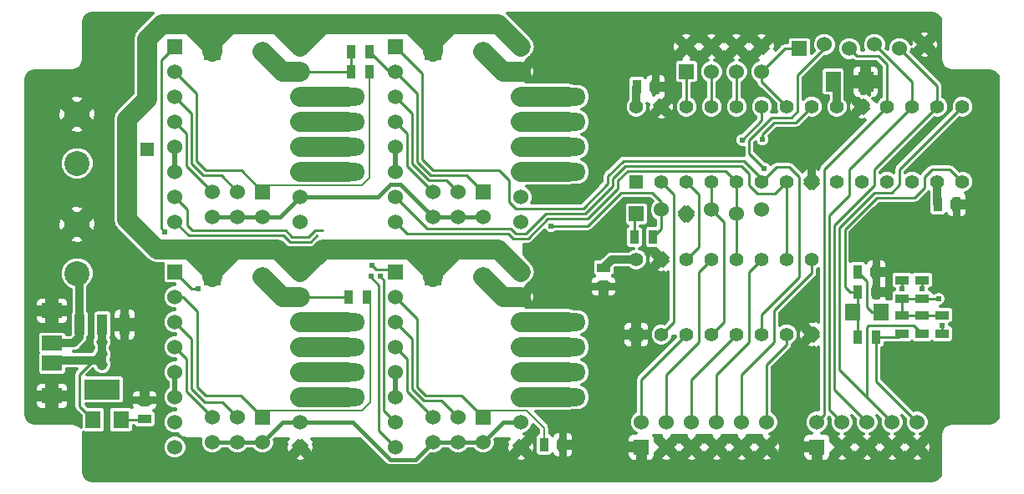
<source format=gtl>
G04 (created by PCBNEW-RS274X (2012-apr-16-27)-stable) date Saturday 07,June,2014 10:26:51 PM SGT*
G01*
G70*
G90*
%MOIN*%
G04 Gerber Fmt 3.4, Leading zero omitted, Abs format*
%FSLAX34Y34*%
G04 APERTURE LIST*
%ADD10C,0.006000*%
%ADD11R,0.035000X0.055000*%
%ADD12R,0.060000X0.060000*%
%ADD13C,0.060000*%
%ADD14C,0.100000*%
%ADD15R,0.070000X0.070000*%
%ADD16C,0.070000*%
%ADD17R,0.055000X0.055000*%
%ADD18C,0.055000*%
%ADD19O,0.137800X0.070900*%
%ADD20R,0.055000X0.035000*%
%ADD21R,0.060000X0.080000*%
%ADD22R,0.080000X0.060000*%
%ADD23R,0.144000X0.080000*%
%ADD24R,0.040000X0.080000*%
%ADD25R,0.062900X0.070900*%
%ADD26C,0.024000*%
%ADD27C,0.045000*%
%ADD28C,0.080000*%
%ADD29C,0.016000*%
%ADD30C,0.032000*%
%ADD31C,0.010000*%
%ADD32C,0.020000*%
%ADD33C,0.008000*%
%ADD34C,0.012000*%
G04 APERTURE END LIST*
G54D10*
G54D11*
X64775Y-31470D03*
X64025Y-31470D03*
X76025Y-36170D03*
X76775Y-36170D03*
G54D12*
X70500Y-29950D03*
G54D13*
X71500Y-29790D03*
X72500Y-29950D03*
X73500Y-29790D03*
X74500Y-29950D03*
X75500Y-29790D03*
G54D12*
X66000Y-30870D03*
G54D13*
X66000Y-29870D03*
X67000Y-30870D03*
X67000Y-29870D03*
X68000Y-30870D03*
X68000Y-29870D03*
X69000Y-30870D03*
X69000Y-29870D03*
G54D14*
X41700Y-34538D03*
X41700Y-32570D03*
X41700Y-38938D03*
X41700Y-36970D03*
G54D12*
X71200Y-45870D03*
G54D13*
X71200Y-44870D03*
X72200Y-45870D03*
X72200Y-44870D03*
X73200Y-45870D03*
X73200Y-44870D03*
X74200Y-45870D03*
X74200Y-44870D03*
X75200Y-45870D03*
X75200Y-44870D03*
G54D12*
X64200Y-45870D03*
G54D13*
X64200Y-44870D03*
X65200Y-45870D03*
X65200Y-44870D03*
X66200Y-45870D03*
X66200Y-44870D03*
X67200Y-45870D03*
X67200Y-44870D03*
X68200Y-45870D03*
X68200Y-44870D03*
X69200Y-45870D03*
X69200Y-44870D03*
G54D12*
X57900Y-44670D03*
G54D13*
X57900Y-45670D03*
X56900Y-44670D03*
X56900Y-45670D03*
X55900Y-44670D03*
X55900Y-45670D03*
G54D12*
X57900Y-35670D03*
G54D13*
X57900Y-36670D03*
X56900Y-35670D03*
X56900Y-36670D03*
X55900Y-35670D03*
X55900Y-36670D03*
G54D12*
X49100Y-35670D03*
G54D13*
X49100Y-36670D03*
X48100Y-35670D03*
X48100Y-36670D03*
X47100Y-35670D03*
X47100Y-36670D03*
G54D12*
X49100Y-44670D03*
G54D13*
X49100Y-45670D03*
X48100Y-44670D03*
X48100Y-45670D03*
X47100Y-44670D03*
X47100Y-45670D03*
G54D15*
X55900Y-39070D03*
G54D16*
X57900Y-39070D03*
G54D15*
X47100Y-39070D03*
G54D16*
X49100Y-39070D03*
G54D15*
X55900Y-30070D03*
G54D16*
X57900Y-30070D03*
G54D15*
X47100Y-30070D03*
G54D16*
X49100Y-30070D03*
G54D17*
X64000Y-41370D03*
G54D18*
X65000Y-41370D03*
X66000Y-41370D03*
X67000Y-41370D03*
X68000Y-41370D03*
X69000Y-41370D03*
X70000Y-41370D03*
X71000Y-41370D03*
X71000Y-38370D03*
X70000Y-38370D03*
X69000Y-38370D03*
X68000Y-38370D03*
X67000Y-38370D03*
X66000Y-38370D03*
X65000Y-38370D03*
X64000Y-38370D03*
X65000Y-35270D03*
X66000Y-35270D03*
X67000Y-35270D03*
X68000Y-35270D03*
X69000Y-35270D03*
X70000Y-35270D03*
X71000Y-35270D03*
X72000Y-35270D03*
X73000Y-35270D03*
X74000Y-35270D03*
X75000Y-35270D03*
X76000Y-35270D03*
X77000Y-35270D03*
G54D17*
X64000Y-35270D03*
G54D18*
X77000Y-32270D03*
X76000Y-32270D03*
X75000Y-32270D03*
X74000Y-32270D03*
X73000Y-32270D03*
X72000Y-32270D03*
X71000Y-32270D03*
X70000Y-32270D03*
X69000Y-32270D03*
X68000Y-32270D03*
X67000Y-32270D03*
X66000Y-32270D03*
X65000Y-32270D03*
X64000Y-32270D03*
G54D19*
X52500Y-43870D03*
X52500Y-42870D03*
X52500Y-41870D03*
X52500Y-40870D03*
X61300Y-43870D03*
X61300Y-42870D03*
X61300Y-41870D03*
X61300Y-40870D03*
X61300Y-34870D03*
X61300Y-33870D03*
X61300Y-32870D03*
X61300Y-31870D03*
X52500Y-34870D03*
X52500Y-33870D03*
X52500Y-32870D03*
X52500Y-31870D03*
G54D12*
X54400Y-29870D03*
G54D13*
X59400Y-29870D03*
X54400Y-30870D03*
X59400Y-30870D03*
X54400Y-31870D03*
X59400Y-31870D03*
X54400Y-32870D03*
X59400Y-32870D03*
X54400Y-33870D03*
X59400Y-33870D03*
X54400Y-34870D03*
X59400Y-34870D03*
X54400Y-35870D03*
X59400Y-35870D03*
X54400Y-36870D03*
X59400Y-36870D03*
G54D12*
X54400Y-38870D03*
G54D13*
X59400Y-38870D03*
X54400Y-39870D03*
X59400Y-39870D03*
X54400Y-40870D03*
X59400Y-40870D03*
X54400Y-41870D03*
X59400Y-41870D03*
X54400Y-42870D03*
X59400Y-42870D03*
X54400Y-43870D03*
X59400Y-43870D03*
X54400Y-44870D03*
X59400Y-44870D03*
X54400Y-45870D03*
X59400Y-45870D03*
G54D12*
X45600Y-29870D03*
G54D13*
X50600Y-29870D03*
X45600Y-30870D03*
X50600Y-30870D03*
X45600Y-31870D03*
X50600Y-31870D03*
X45600Y-32870D03*
X50600Y-32870D03*
X45600Y-33870D03*
X50600Y-33870D03*
X45600Y-34870D03*
X50600Y-34870D03*
X45600Y-35870D03*
X50600Y-35870D03*
X45600Y-36870D03*
X50600Y-36870D03*
G54D12*
X45600Y-38870D03*
G54D13*
X50600Y-38870D03*
X45600Y-39870D03*
X50600Y-39870D03*
X45600Y-40870D03*
X50600Y-40870D03*
X45600Y-41870D03*
X50600Y-41870D03*
X45600Y-42870D03*
X50600Y-42870D03*
X45600Y-43870D03*
X50600Y-43870D03*
X45600Y-44870D03*
X50600Y-44870D03*
X45600Y-45870D03*
X50600Y-45870D03*
G54D12*
X64000Y-36550D03*
G54D13*
X65000Y-36390D03*
X66000Y-36550D03*
X67000Y-36390D03*
X68000Y-36550D03*
X69000Y-36390D03*
G54D20*
X62700Y-38695D03*
X62700Y-39445D03*
G54D11*
X72825Y-39670D03*
X73575Y-39670D03*
X53275Y-39870D03*
X52525Y-39870D03*
X53375Y-30870D03*
X52625Y-30870D03*
X60325Y-45770D03*
X61075Y-45770D03*
X53375Y-30070D03*
X52625Y-30070D03*
G54D20*
X74600Y-40595D03*
X74600Y-41345D03*
X75400Y-40595D03*
X75400Y-41345D03*
X76200Y-40595D03*
X76200Y-41345D03*
X75400Y-39945D03*
X75400Y-39195D03*
X74600Y-39945D03*
X74600Y-39195D03*
X44400Y-43995D03*
X44400Y-44745D03*
G54D11*
X73575Y-38870D03*
X72825Y-38870D03*
X72825Y-41470D03*
X73575Y-41470D03*
X64675Y-37470D03*
X63925Y-37470D03*
G54D21*
X71850Y-31270D03*
X73150Y-31270D03*
G54D22*
X40700Y-42520D03*
X40700Y-43820D03*
X40700Y-41720D03*
X40700Y-40420D03*
G54D23*
X42700Y-43570D03*
G54D24*
X42700Y-40970D03*
X41800Y-40970D03*
X43600Y-40970D03*
G54D25*
X72641Y-40470D03*
X73759Y-40470D03*
X42341Y-44770D03*
X43459Y-44770D03*
G54D17*
X44500Y-33970D03*
G54D18*
X44500Y-31970D03*
G54D26*
X60600Y-37040D03*
G54D27*
X42700Y-41660D03*
X42700Y-42150D03*
X42700Y-42570D03*
G54D26*
X76055Y-39945D03*
X45200Y-37270D03*
X53450Y-38600D03*
X46540Y-39530D03*
X74600Y-39545D03*
X75400Y-39545D03*
X76200Y-40995D03*
X69110Y-34750D03*
X69030Y-33580D03*
X68220Y-33600D03*
X53430Y-39050D03*
X53780Y-39050D03*
G54D28*
X49700Y-37970D02*
X49954Y-38224D01*
X56800Y-37970D02*
X55000Y-37970D01*
X56600Y-28970D02*
X58500Y-28970D01*
X46200Y-28970D02*
X45100Y-28970D01*
X45100Y-28970D02*
X44500Y-29570D01*
X47100Y-38870D02*
X48000Y-37970D01*
X43700Y-32770D02*
X44500Y-31970D01*
X58500Y-28970D02*
X59400Y-29870D01*
X47100Y-29670D02*
X47800Y-28970D01*
X46200Y-37970D02*
X44900Y-37970D01*
X47100Y-29870D02*
X46200Y-28970D01*
X44500Y-29570D02*
X44500Y-31970D01*
X49700Y-28970D02*
X47800Y-28970D01*
X55000Y-28970D02*
X56600Y-28970D01*
X55900Y-30070D02*
X55900Y-29870D01*
X55900Y-29670D02*
X56600Y-28970D01*
X47100Y-38870D02*
X46200Y-37970D01*
X51500Y-28970D02*
X55000Y-28970D01*
X44900Y-37970D02*
X43700Y-36770D01*
X47800Y-28970D02*
X46200Y-28970D01*
X48000Y-37970D02*
X46200Y-37970D01*
X50600Y-29870D02*
X49700Y-28970D01*
X43700Y-36770D02*
X43700Y-32770D01*
X55000Y-37970D02*
X51500Y-37970D01*
X47100Y-39070D02*
X47100Y-38870D01*
X50600Y-29870D02*
X51500Y-28970D01*
X47100Y-30070D02*
X47100Y-29670D01*
X55900Y-29870D02*
X55000Y-28970D01*
X58500Y-37970D02*
X56800Y-37970D01*
X50600Y-38870D02*
X49700Y-37970D01*
X55900Y-38870D02*
X55000Y-37970D01*
X55900Y-39070D02*
X55900Y-38870D01*
X55900Y-38870D02*
X56800Y-37970D01*
X51246Y-38224D02*
X51500Y-37970D01*
X51500Y-37970D02*
X50600Y-38870D01*
X47100Y-30070D02*
X47100Y-29870D01*
X49954Y-38224D02*
X51246Y-38224D01*
X55900Y-30070D02*
X55900Y-29670D01*
X49700Y-37970D02*
X48000Y-37970D01*
X49700Y-28970D02*
X51500Y-28970D01*
X59400Y-38870D02*
X58500Y-37970D01*
G54D29*
X54200Y-35370D02*
X54600Y-35370D01*
X49800Y-36670D02*
X50600Y-35870D01*
X54600Y-35370D02*
X55900Y-36670D01*
G54D30*
X42455Y-42395D02*
X42700Y-42150D01*
G54D31*
X41800Y-44229D02*
X41800Y-42970D01*
G54D30*
X42380Y-42395D02*
X42455Y-42395D01*
X42700Y-41660D02*
X42700Y-42150D01*
X76000Y-36145D02*
X76025Y-36170D01*
X42380Y-42395D02*
X40825Y-42395D01*
G54D29*
X50600Y-44870D02*
X52700Y-44870D01*
X54190Y-46360D02*
X55210Y-46360D01*
X58700Y-44870D02*
X59400Y-44870D01*
G54D31*
X42341Y-44770D02*
X41800Y-44229D01*
X41800Y-42970D02*
X42375Y-42395D01*
G54D29*
X55210Y-46360D02*
X55900Y-45670D01*
X49100Y-45670D02*
X49900Y-44870D01*
X47100Y-36670D02*
X48100Y-36670D01*
G54D30*
X40825Y-42395D02*
X40700Y-42520D01*
X42375Y-42395D02*
X42380Y-42395D01*
G54D29*
X55900Y-36670D02*
X56900Y-36670D01*
G54D30*
X42700Y-42150D02*
X42700Y-42570D01*
G54D29*
X48100Y-45670D02*
X47100Y-45670D01*
X52700Y-44870D02*
X54190Y-46360D01*
X50600Y-35870D02*
X53700Y-35870D01*
G54D30*
X76000Y-35270D02*
X76000Y-36145D01*
G54D29*
X49100Y-36670D02*
X49800Y-36670D01*
G54D31*
X65000Y-36070D02*
X65000Y-36390D01*
X62050Y-37040D02*
X60600Y-37040D01*
G54D30*
X64000Y-31495D02*
X64025Y-31470D01*
G54D29*
X57900Y-45670D02*
X58700Y-44870D01*
X55900Y-45670D02*
X56900Y-45670D01*
G54D31*
X63390Y-35700D02*
X62050Y-37040D01*
G54D29*
X56900Y-36670D02*
X57900Y-36670D01*
G54D31*
X64520Y-35700D02*
X64630Y-35700D01*
X64675Y-37470D02*
X65000Y-37145D01*
G54D29*
X48100Y-36670D02*
X49100Y-36670D01*
X53700Y-35870D02*
X54200Y-35370D01*
G54D31*
X65000Y-37145D02*
X65000Y-36390D01*
X64520Y-35700D02*
X63390Y-35700D01*
X64500Y-35700D02*
X64520Y-35700D01*
G54D29*
X49900Y-44870D02*
X50600Y-44870D01*
G54D30*
X42700Y-40970D02*
X42700Y-41660D01*
G54D29*
X56900Y-45670D02*
X57900Y-45670D01*
G54D31*
X64630Y-35700D02*
X65000Y-36070D01*
G54D29*
X49100Y-45670D02*
X48100Y-45670D01*
G54D30*
X64000Y-32270D02*
X64000Y-31495D01*
X62700Y-38695D02*
X63025Y-38370D01*
G54D31*
X74600Y-40595D02*
X74600Y-39945D01*
X76200Y-40595D02*
X75400Y-40595D01*
G54D30*
X63025Y-38370D02*
X64000Y-38370D01*
X40700Y-41720D02*
X41550Y-41720D01*
X41550Y-41720D02*
X41800Y-41470D01*
X41800Y-40970D02*
X41800Y-39038D01*
G54D31*
X76055Y-39945D02*
X75400Y-39945D01*
G54D30*
X41800Y-39038D02*
X41700Y-38938D01*
G54D31*
X74600Y-39945D02*
X75400Y-39945D01*
X75400Y-40595D02*
X74600Y-40595D01*
G54D30*
X41800Y-41470D02*
X41800Y-40970D01*
G54D31*
X63270Y-35530D02*
X62051Y-36749D01*
X59110Y-37540D02*
X58902Y-37332D01*
X60471Y-36749D02*
X59680Y-37540D01*
X67570Y-34840D02*
X63650Y-34840D01*
X68000Y-36550D02*
X68000Y-35270D01*
X62051Y-36749D02*
X60471Y-36749D01*
X54862Y-37332D02*
X54400Y-36870D01*
X58902Y-37332D02*
X54862Y-37332D01*
X63650Y-34840D02*
X63270Y-35220D01*
X63270Y-35220D02*
X63270Y-35530D01*
X59680Y-37540D02*
X59110Y-37540D01*
X68000Y-35270D02*
X67570Y-34840D01*
X68000Y-38370D02*
X68000Y-36550D01*
X68820Y-35730D02*
X69540Y-35730D01*
X60383Y-36537D02*
X61967Y-36537D01*
X59590Y-37330D02*
X60383Y-36537D01*
X68198Y-34638D02*
X68500Y-34940D01*
X68500Y-35410D02*
X68820Y-35730D01*
X55660Y-37130D02*
X59000Y-37130D01*
X69540Y-35730D02*
X70000Y-35270D01*
X54400Y-35870D02*
X55660Y-37130D01*
X63068Y-35436D02*
X63068Y-35136D01*
X63566Y-34638D02*
X68198Y-34638D01*
X68500Y-34940D02*
X68500Y-35410D01*
X59000Y-37130D02*
X59200Y-37330D01*
X63068Y-35136D02*
X63566Y-34638D01*
X59200Y-37330D02*
X59590Y-37330D01*
X61967Y-36537D02*
X63068Y-35436D01*
X70000Y-38370D02*
X70000Y-35270D01*
X67000Y-32270D02*
X67000Y-30870D01*
X68280Y-34430D02*
X69000Y-35150D01*
X69000Y-35270D02*
X69000Y-35150D01*
X62866Y-35052D02*
X63488Y-34430D01*
X55466Y-34378D02*
X55894Y-34806D01*
X58940Y-36060D02*
X59210Y-36330D01*
X45052Y-30418D02*
X45052Y-37122D01*
X54300Y-38770D02*
X54400Y-38870D01*
X45600Y-38870D02*
X46260Y-39530D01*
X70500Y-35070D02*
X70100Y-34670D01*
X46260Y-39530D02*
X46540Y-39530D01*
X70100Y-34670D02*
X69600Y-34670D01*
X58536Y-34806D02*
X58940Y-35210D01*
X62866Y-35350D02*
X62866Y-35052D01*
X53620Y-38770D02*
X54300Y-38770D01*
X45052Y-37122D02*
X45200Y-37270D01*
X69600Y-34670D02*
X69000Y-35270D01*
X61886Y-36330D02*
X62866Y-35350D01*
X53450Y-38600D02*
X53620Y-38770D01*
X63488Y-34430D02*
X68280Y-34430D01*
X55466Y-30936D02*
X54400Y-29870D01*
X69000Y-41370D02*
X69000Y-40570D01*
X70500Y-39070D02*
X70500Y-35070D01*
X59210Y-36330D02*
X61886Y-36330D01*
X69000Y-40570D02*
X70500Y-39070D01*
X55894Y-34806D02*
X58536Y-34806D01*
X55466Y-30936D02*
X55466Y-34378D01*
X45600Y-29870D02*
X45052Y-30418D01*
X58940Y-35210D02*
X58940Y-36060D01*
X74600Y-39545D02*
X74600Y-39195D01*
X73660Y-30250D02*
X72800Y-30250D01*
X74000Y-32270D02*
X74000Y-30590D01*
X71500Y-44570D02*
X71200Y-44870D01*
X74000Y-30590D02*
X73660Y-30250D01*
X71500Y-44570D02*
X71500Y-34770D01*
X71500Y-34770D02*
X74000Y-32270D01*
X72800Y-30250D02*
X72500Y-29950D01*
X75000Y-31290D02*
X73500Y-29790D01*
X72500Y-35800D02*
X71702Y-36598D01*
X75000Y-32270D02*
X72500Y-34770D01*
X71702Y-36598D02*
X71702Y-44372D01*
X71702Y-44372D02*
X72200Y-44870D01*
X75000Y-32270D02*
X75000Y-31290D01*
X75400Y-39195D02*
X75400Y-39545D01*
X72500Y-34770D02*
X72500Y-35800D01*
X76200Y-41345D02*
X76200Y-40995D01*
X76000Y-31450D02*
X74500Y-29950D01*
X73500Y-35410D02*
X71904Y-37006D01*
X73500Y-34770D02*
X73500Y-35410D01*
X76000Y-32270D02*
X73500Y-34770D01*
X76000Y-32270D02*
X76000Y-31450D01*
X71904Y-37006D02*
X71904Y-43574D01*
X71904Y-43574D02*
X73200Y-44870D01*
X73200Y-41070D02*
X73200Y-43870D01*
X74500Y-35380D02*
X74180Y-35700D01*
X73510Y-35700D02*
X72110Y-37100D01*
X74500Y-34770D02*
X74500Y-35380D01*
X73275Y-40995D02*
X73200Y-41070D01*
X72110Y-37100D02*
X72110Y-42780D01*
X74180Y-35700D02*
X73510Y-35700D01*
X77000Y-32270D02*
X74500Y-34770D01*
X75050Y-40995D02*
X73275Y-40995D01*
X75400Y-41345D02*
X75050Y-40995D01*
X72110Y-42780D02*
X73200Y-43870D01*
X73200Y-43870D02*
X74200Y-44870D01*
X72641Y-40470D02*
X72825Y-40286D01*
X76500Y-34770D02*
X75800Y-34770D01*
X75500Y-35500D02*
X75500Y-35070D01*
X72825Y-39670D02*
X72512Y-39670D01*
X75090Y-35910D02*
X75500Y-35500D01*
X72512Y-39670D02*
X72312Y-39470D01*
X76500Y-34770D02*
X77000Y-35270D01*
X72312Y-39470D02*
X72312Y-37184D01*
X72825Y-40286D02*
X72825Y-39670D01*
X72825Y-41470D02*
X72825Y-40654D01*
X75800Y-34770D02*
X75500Y-35070D01*
X73586Y-35910D02*
X75090Y-35910D01*
X72825Y-40654D02*
X72641Y-40470D01*
X72312Y-37184D02*
X73586Y-35910D01*
X63925Y-36625D02*
X64000Y-36550D01*
X69406Y-32700D02*
X70180Y-32700D01*
X70180Y-32700D02*
X70430Y-32450D01*
X71500Y-29930D02*
X71500Y-29790D01*
X70430Y-32450D02*
X70430Y-31000D01*
X70430Y-31000D02*
X71500Y-29930D01*
X68510Y-34150D02*
X68510Y-33596D01*
X63925Y-37470D02*
X63925Y-36625D01*
X68510Y-33596D02*
X69406Y-32700D01*
X69110Y-34750D02*
X68510Y-34150D01*
X69000Y-30870D02*
X69920Y-29950D01*
X69920Y-29950D02*
X70500Y-29950D01*
X69000Y-31270D02*
X70000Y-32270D01*
X69000Y-30870D02*
X69000Y-31270D01*
X68000Y-30870D02*
X68000Y-32270D01*
X65500Y-40870D02*
X65500Y-35770D01*
X65500Y-35770D02*
X65000Y-35270D01*
X65000Y-41370D02*
X65500Y-40870D01*
X66000Y-38370D02*
X66500Y-37870D01*
X66500Y-37870D02*
X66500Y-35770D01*
X66500Y-35770D02*
X66000Y-35270D01*
X67500Y-40870D02*
X67500Y-36890D01*
X67500Y-36890D02*
X67000Y-36390D01*
X67000Y-41370D02*
X67500Y-40870D01*
X67000Y-36390D02*
X67000Y-35270D01*
X66000Y-32270D02*
X66000Y-30870D01*
X46148Y-37418D02*
X49928Y-37418D01*
X69490Y-32902D02*
X70368Y-32902D01*
X70368Y-32902D02*
X71000Y-32270D01*
X49928Y-37418D02*
X50182Y-37672D01*
X69030Y-33580D02*
X69030Y-33362D01*
X45600Y-36870D02*
X46148Y-37418D01*
X50182Y-37672D02*
X51018Y-37672D01*
X69030Y-33362D02*
X69490Y-32902D01*
X51018Y-37672D02*
X51272Y-37418D01*
X51188Y-37216D02*
X51500Y-37216D01*
X50266Y-37470D02*
X50934Y-37470D01*
X69000Y-32820D02*
X69000Y-32270D01*
X50012Y-37216D02*
X50266Y-37470D01*
X46093Y-37009D02*
X46300Y-37216D01*
X46300Y-37216D02*
X50012Y-37216D01*
X45600Y-35870D02*
X46093Y-36363D01*
X46093Y-36363D02*
X46093Y-37009D01*
X50934Y-37470D02*
X51188Y-37216D01*
X68220Y-33600D02*
X69000Y-32820D01*
X53738Y-39398D02*
X53738Y-45208D01*
X53430Y-39050D02*
X53430Y-39090D01*
X53738Y-45208D02*
X54400Y-45870D01*
X53430Y-39090D02*
X53738Y-39398D01*
X53940Y-39210D02*
X53940Y-44410D01*
X53940Y-44410D02*
X54400Y-44870D01*
X53780Y-39050D02*
X53940Y-39210D01*
G54D28*
X49900Y-39870D02*
X50600Y-39870D01*
X57900Y-39070D02*
X58700Y-39870D01*
X58700Y-30870D02*
X59400Y-30870D01*
X49100Y-30070D02*
X49900Y-30870D01*
X49100Y-39070D02*
X49900Y-39870D01*
G54D31*
X52625Y-30870D02*
X50600Y-30870D01*
G54D30*
X71000Y-35270D02*
X71000Y-34670D01*
G54D31*
X52625Y-30070D02*
X52625Y-30870D01*
X50600Y-39870D02*
X52525Y-39870D01*
G54D28*
X49900Y-30870D02*
X50600Y-30870D01*
X58700Y-39870D02*
X59400Y-39870D01*
X57900Y-30070D02*
X58700Y-30870D01*
G54D31*
X72825Y-38870D02*
X73200Y-39245D01*
X73400Y-40470D02*
X73759Y-40470D01*
X73200Y-40270D02*
X73400Y-40470D01*
X73200Y-39245D02*
X73200Y-40270D01*
G54D28*
X59400Y-33870D02*
X61300Y-33870D01*
G54D31*
X55062Y-32532D02*
X55062Y-34546D01*
X54400Y-31870D02*
X55062Y-32532D01*
X56440Y-35210D02*
X56900Y-35670D01*
X55726Y-35210D02*
X56440Y-35210D01*
X55062Y-34546D02*
X55726Y-35210D01*
X54860Y-34630D02*
X55900Y-35670D01*
X54860Y-33330D02*
X54860Y-34630D01*
X54400Y-32870D02*
X54860Y-33330D01*
G54D32*
X54400Y-33870D02*
X54400Y-34870D01*
G54D28*
X59400Y-34870D02*
X61300Y-34870D01*
X59400Y-32870D02*
X61300Y-32870D01*
X59400Y-31870D02*
X61300Y-31870D01*
G54D31*
X74475Y-41470D02*
X74600Y-41345D01*
X73575Y-41470D02*
X74475Y-41470D01*
X73575Y-43245D02*
X75200Y-44870D01*
X73575Y-41470D02*
X73575Y-43245D01*
X66200Y-44870D02*
X66200Y-43170D01*
X66200Y-43170D02*
X68000Y-41370D01*
X68200Y-44870D02*
X68200Y-42970D01*
X68200Y-42970D02*
X69500Y-41670D01*
X71000Y-38910D02*
X71000Y-38370D01*
X69500Y-41670D02*
X69500Y-40410D01*
X69500Y-40410D02*
X71000Y-38910D01*
X66500Y-38870D02*
X67000Y-38370D01*
X66500Y-41670D02*
X66500Y-38870D01*
X65200Y-42970D02*
X66500Y-41670D01*
X65200Y-44870D02*
X65200Y-42970D01*
X64200Y-44870D02*
X64200Y-43170D01*
X64200Y-43170D02*
X66000Y-41370D01*
G54D32*
X45600Y-42870D02*
X45600Y-43870D01*
G54D30*
X72000Y-31420D02*
X71850Y-31270D01*
X72000Y-32270D02*
X72000Y-31420D01*
G54D31*
X44375Y-44770D02*
X44400Y-44745D01*
X43459Y-44770D02*
X44375Y-44770D01*
G54D32*
X45600Y-33870D02*
X45600Y-34870D01*
G54D28*
X59400Y-40870D02*
X61300Y-40870D01*
X59400Y-41870D02*
X61300Y-41870D01*
X59400Y-42870D02*
X61300Y-42870D01*
X59400Y-43870D02*
X61300Y-43870D01*
G54D31*
X55058Y-41528D02*
X55058Y-43542D01*
X54400Y-40870D02*
X55058Y-41528D01*
X56240Y-44010D02*
X56900Y-44670D01*
X55058Y-43542D02*
X55526Y-44010D01*
X55526Y-44010D02*
X56240Y-44010D01*
X54400Y-41870D02*
X54856Y-42326D01*
X54856Y-42326D02*
X54856Y-43626D01*
X54856Y-43626D02*
X55900Y-44670D01*
G54D32*
X54400Y-42870D02*
X54400Y-43870D01*
G54D28*
X50600Y-42870D02*
X52500Y-42870D01*
G54D31*
X47500Y-44070D02*
X48100Y-44670D01*
X45600Y-40870D02*
X46262Y-41532D01*
X46262Y-43546D02*
X46786Y-44070D01*
X46786Y-44070D02*
X47500Y-44070D01*
X46262Y-41532D02*
X46262Y-43546D01*
X47100Y-44670D02*
X46060Y-43630D01*
X46060Y-42330D02*
X45600Y-41870D01*
X46060Y-42330D02*
X46060Y-43630D01*
G54D28*
X50600Y-40870D02*
X52500Y-40870D01*
X50600Y-41870D02*
X52500Y-41870D01*
X50600Y-43870D02*
X52500Y-43870D01*
X50600Y-31870D02*
X52500Y-31870D01*
X50600Y-32870D02*
X52500Y-32870D01*
X50600Y-33870D02*
X52500Y-33870D01*
X50600Y-34870D02*
X52500Y-34870D01*
G54D31*
X46256Y-34540D02*
X46736Y-35020D01*
X47450Y-35020D02*
X48100Y-35670D01*
X46256Y-32526D02*
X46256Y-34540D01*
X46736Y-35020D02*
X47450Y-35020D01*
X45600Y-31870D02*
X46256Y-32526D01*
X46054Y-34624D02*
X47100Y-35670D01*
X46054Y-33324D02*
X46054Y-34624D01*
X45600Y-32870D02*
X46054Y-33324D01*
X55260Y-40730D02*
X55260Y-43458D01*
X55260Y-43458D02*
X55610Y-43808D01*
X54400Y-39870D02*
X55260Y-40730D01*
G54D33*
X59642Y-44412D02*
X60325Y-45095D01*
G54D31*
X57038Y-43808D02*
X57900Y-44670D01*
G54D33*
X57900Y-44670D02*
X58158Y-44412D01*
G54D31*
X55610Y-43808D02*
X57038Y-43808D01*
G54D33*
X60325Y-45095D02*
X60325Y-45770D01*
X58158Y-44412D02*
X59642Y-44412D01*
G54D31*
X54400Y-30870D02*
X54175Y-30870D01*
X54175Y-30870D02*
X53375Y-30070D01*
X54400Y-30870D02*
X55264Y-31734D01*
X57238Y-35008D02*
X57900Y-35670D01*
X55264Y-34462D02*
X55810Y-35008D01*
X55810Y-35008D02*
X57238Y-35008D01*
X55264Y-31734D02*
X55264Y-34462D01*
X45600Y-30870D02*
X46458Y-31728D01*
X46458Y-34456D02*
X46820Y-34818D01*
G54D33*
X53375Y-35095D02*
X53375Y-30870D01*
G54D31*
X46820Y-34818D02*
X48248Y-34818D01*
G54D33*
X49350Y-35420D02*
X53050Y-35420D01*
X53050Y-35420D02*
X53375Y-35095D01*
X49100Y-35670D02*
X49350Y-35420D01*
G54D31*
X46458Y-31728D02*
X46458Y-34456D01*
X48248Y-34818D02*
X49100Y-35670D01*
X46836Y-43806D02*
X48236Y-43806D01*
G54D33*
X49350Y-44420D02*
X53050Y-44420D01*
X53400Y-44070D02*
X53400Y-39995D01*
X49100Y-44670D02*
X49350Y-44420D01*
X53400Y-39995D02*
X53275Y-39870D01*
G54D31*
X46500Y-43470D02*
X46500Y-43485D01*
X48236Y-43806D02*
X49100Y-44670D01*
X46500Y-43470D02*
X46836Y-43806D01*
X46500Y-40450D02*
X46500Y-43470D01*
X45600Y-39870D02*
X45920Y-39870D01*
G54D33*
X53050Y-44420D02*
X53400Y-44070D01*
G54D31*
X45920Y-39870D02*
X46500Y-40450D01*
X67200Y-44870D02*
X67200Y-42970D01*
X67200Y-42970D02*
X68500Y-41670D01*
X68500Y-38870D02*
X69000Y-38370D01*
X68500Y-41670D02*
X68500Y-38870D01*
X69200Y-42570D02*
X70000Y-41770D01*
X69200Y-44870D02*
X69200Y-42570D01*
X70000Y-41770D02*
X70000Y-41370D01*
G54D10*
G36*
X66270Y-36620D02*
X66064Y-36826D01*
X66000Y-36762D01*
X65936Y-36826D01*
X65730Y-36620D01*
X65730Y-36608D01*
X65788Y-36550D01*
X65730Y-36492D01*
X65730Y-36480D01*
X65936Y-36274D01*
X66000Y-36338D01*
X66064Y-36274D01*
X66227Y-36437D01*
X66270Y-36480D01*
X66270Y-36492D01*
X66227Y-36535D01*
X66212Y-36550D01*
X66270Y-36608D01*
X66270Y-36620D01*
X66270Y-36620D01*
G37*
G54D34*
X66270Y-36620D02*
X66064Y-36826D01*
X66000Y-36762D01*
X65936Y-36826D01*
X65730Y-36620D01*
X65730Y-36608D01*
X65788Y-36550D01*
X65730Y-36492D01*
X65730Y-36480D01*
X65936Y-36274D01*
X66000Y-36338D01*
X66064Y-36274D01*
X66227Y-36437D01*
X66270Y-36480D01*
X66270Y-36492D01*
X66227Y-36535D01*
X66212Y-36550D01*
X66270Y-36608D01*
X66270Y-36620D01*
G54D10*
G36*
X71267Y-35343D02*
X71073Y-35536D01*
X71000Y-35464D01*
X70926Y-35536D01*
X70733Y-35343D01*
X70806Y-35270D01*
X70733Y-35196D01*
X70926Y-35003D01*
X71000Y-35076D01*
X71073Y-35003D01*
X71221Y-35151D01*
X71266Y-35196D01*
X71221Y-35242D01*
X71194Y-35270D01*
X71267Y-35343D01*
X71267Y-35343D01*
G37*
G54D34*
X71267Y-35343D02*
X71073Y-35536D01*
X71000Y-35464D01*
X70926Y-35536D01*
X70733Y-35343D01*
X70806Y-35270D01*
X70733Y-35196D01*
X70926Y-35003D01*
X71000Y-35076D01*
X71073Y-35003D01*
X71221Y-35151D01*
X71266Y-35196D01*
X71221Y-35242D01*
X71194Y-35270D01*
X71267Y-35343D01*
G54D10*
G36*
X78440Y-44564D02*
X78413Y-44700D01*
X78340Y-44810D01*
X78230Y-44883D01*
X78094Y-44910D01*
X77210Y-44910D01*
X77210Y-36497D01*
X77210Y-36394D01*
X77210Y-36372D01*
X77145Y-36307D01*
X76862Y-36307D01*
X76862Y-36640D01*
X76927Y-36705D01*
X77001Y-36705D01*
X77097Y-36666D01*
X77170Y-36593D01*
X77210Y-36497D01*
X77210Y-44910D01*
X76594Y-44910D01*
X76424Y-44943D01*
X76274Y-45044D01*
X76173Y-45194D01*
X76140Y-45364D01*
X76140Y-46864D01*
X76113Y-47000D01*
X76040Y-47110D01*
X75930Y-47183D01*
X75794Y-47210D01*
X75759Y-47210D01*
X75759Y-45850D01*
X75724Y-45674D01*
X75639Y-45643D01*
X75412Y-45870D01*
X75639Y-46097D01*
X75724Y-46066D01*
X75759Y-45850D01*
X75759Y-47210D01*
X75427Y-47210D01*
X75427Y-46309D01*
X75200Y-46082D01*
X74988Y-46294D01*
X74988Y-45870D01*
X74761Y-45643D01*
X74700Y-45665D01*
X74639Y-45643D01*
X74412Y-45870D01*
X74639Y-46097D01*
X74700Y-46074D01*
X74761Y-46097D01*
X74988Y-45870D01*
X74988Y-46294D01*
X74973Y-46309D01*
X75004Y-46394D01*
X75220Y-46429D01*
X75396Y-46394D01*
X75427Y-46309D01*
X75427Y-47210D01*
X74427Y-47210D01*
X74427Y-46309D01*
X74200Y-46082D01*
X73988Y-46294D01*
X73988Y-45870D01*
X73761Y-45643D01*
X73700Y-45665D01*
X73639Y-45643D01*
X73412Y-45870D01*
X73639Y-46097D01*
X73700Y-46074D01*
X73761Y-46097D01*
X73988Y-45870D01*
X73988Y-46294D01*
X73973Y-46309D01*
X74004Y-46394D01*
X74220Y-46429D01*
X74396Y-46394D01*
X74427Y-46309D01*
X74427Y-47210D01*
X73427Y-47210D01*
X73427Y-46309D01*
X73200Y-46082D01*
X72988Y-46294D01*
X72988Y-45870D01*
X72761Y-45643D01*
X72700Y-45665D01*
X72639Y-45643D01*
X72412Y-45870D01*
X72639Y-46097D01*
X72700Y-46074D01*
X72761Y-46097D01*
X72988Y-45870D01*
X72988Y-46294D01*
X72973Y-46309D01*
X73004Y-46394D01*
X73220Y-46429D01*
X73396Y-46394D01*
X73427Y-46309D01*
X73427Y-47210D01*
X72427Y-47210D01*
X72427Y-46309D01*
X72200Y-46082D01*
X71988Y-46294D01*
X71973Y-46309D01*
X72004Y-46394D01*
X72220Y-46429D01*
X72396Y-46394D01*
X72427Y-46309D01*
X72427Y-47210D01*
X71050Y-47210D01*
X71050Y-46365D01*
X71050Y-46020D01*
X70705Y-46020D01*
X70640Y-46085D01*
X70640Y-46119D01*
X70640Y-46222D01*
X70680Y-46318D01*
X70753Y-46391D01*
X70849Y-46430D01*
X70985Y-46430D01*
X71050Y-46365D01*
X71050Y-47210D01*
X69759Y-47210D01*
X69759Y-45850D01*
X69724Y-45674D01*
X69639Y-45643D01*
X69412Y-45870D01*
X69639Y-46097D01*
X69724Y-46066D01*
X69759Y-45850D01*
X69759Y-47210D01*
X69427Y-47210D01*
X69427Y-46309D01*
X69251Y-46133D01*
X69200Y-46082D01*
X68988Y-46294D01*
X68988Y-45870D01*
X68761Y-45643D01*
X68700Y-45665D01*
X68639Y-45643D01*
X68412Y-45870D01*
X68639Y-46097D01*
X68700Y-46074D01*
X68761Y-46097D01*
X68988Y-45870D01*
X68988Y-46294D01*
X68973Y-46309D01*
X69004Y-46394D01*
X69220Y-46429D01*
X69251Y-46422D01*
X69396Y-46394D01*
X69427Y-46309D01*
X69427Y-47210D01*
X69251Y-47210D01*
X68427Y-47210D01*
X68427Y-46309D01*
X68200Y-46082D01*
X67988Y-46294D01*
X67988Y-45870D01*
X67761Y-45643D01*
X67700Y-45665D01*
X67639Y-45643D01*
X67412Y-45870D01*
X67639Y-46097D01*
X67700Y-46074D01*
X67761Y-46097D01*
X67988Y-45870D01*
X67988Y-46294D01*
X67973Y-46309D01*
X68004Y-46394D01*
X68220Y-46429D01*
X68396Y-46394D01*
X68427Y-46309D01*
X68427Y-47210D01*
X67427Y-47210D01*
X67427Y-46309D01*
X67200Y-46082D01*
X66988Y-46294D01*
X66988Y-45870D01*
X66761Y-45643D01*
X66700Y-45665D01*
X66639Y-45643D01*
X66412Y-45870D01*
X66639Y-46097D01*
X66700Y-46074D01*
X66761Y-46097D01*
X66988Y-45870D01*
X66988Y-46294D01*
X66973Y-46309D01*
X67004Y-46394D01*
X67220Y-46429D01*
X67396Y-46394D01*
X67427Y-46309D01*
X67427Y-47210D01*
X66427Y-47210D01*
X66427Y-46309D01*
X66200Y-46082D01*
X65988Y-46294D01*
X65988Y-45870D01*
X65761Y-45643D01*
X65700Y-45665D01*
X65639Y-45643D01*
X65412Y-45870D01*
X65639Y-46097D01*
X65700Y-46074D01*
X65761Y-46097D01*
X65988Y-45870D01*
X65988Y-46294D01*
X65973Y-46309D01*
X66004Y-46394D01*
X66220Y-46429D01*
X66396Y-46394D01*
X66427Y-46309D01*
X66427Y-47210D01*
X65427Y-47210D01*
X65427Y-46309D01*
X65200Y-46082D01*
X64973Y-46309D01*
X65004Y-46394D01*
X65220Y-46429D01*
X65396Y-46394D01*
X65427Y-46309D01*
X65427Y-47210D01*
X64280Y-47210D01*
X64050Y-47210D01*
X64050Y-46365D01*
X64050Y-46020D01*
X63705Y-46020D01*
X63640Y-46085D01*
X63640Y-46119D01*
X63640Y-46222D01*
X63680Y-46318D01*
X63753Y-46391D01*
X63849Y-46430D01*
X63985Y-46430D01*
X64050Y-46365D01*
X64050Y-47210D01*
X63235Y-47210D01*
X63235Y-39671D01*
X63235Y-39597D01*
X63170Y-39532D01*
X62837Y-39532D01*
X62837Y-39815D01*
X62902Y-39880D01*
X62924Y-39880D01*
X63027Y-39880D01*
X63123Y-39840D01*
X63196Y-39767D01*
X63235Y-39671D01*
X63235Y-47210D01*
X62563Y-47210D01*
X62563Y-39815D01*
X62563Y-39532D01*
X62230Y-39532D01*
X62165Y-39597D01*
X62165Y-39671D01*
X62204Y-39767D01*
X62277Y-39840D01*
X62373Y-39880D01*
X62476Y-39880D01*
X62498Y-39880D01*
X62563Y-39815D01*
X62563Y-47210D01*
X61510Y-47210D01*
X61510Y-46097D01*
X61510Y-45994D01*
X61510Y-45972D01*
X61510Y-45568D01*
X61510Y-45546D01*
X61510Y-45443D01*
X61470Y-45347D01*
X61397Y-45274D01*
X61301Y-45235D01*
X61227Y-45235D01*
X61162Y-45300D01*
X61162Y-45633D01*
X61445Y-45633D01*
X61510Y-45568D01*
X61510Y-45972D01*
X61445Y-45907D01*
X61162Y-45907D01*
X61162Y-46240D01*
X61227Y-46305D01*
X61301Y-46305D01*
X61397Y-46266D01*
X61470Y-46193D01*
X61510Y-46097D01*
X61510Y-47210D01*
X59959Y-47210D01*
X59959Y-45850D01*
X59924Y-45674D01*
X59839Y-45643D01*
X59612Y-45870D01*
X59839Y-46097D01*
X59924Y-46066D01*
X59959Y-45850D01*
X59959Y-47210D01*
X59627Y-47210D01*
X59627Y-46309D01*
X59557Y-46239D01*
X59400Y-46082D01*
X59188Y-46294D01*
X59173Y-46309D01*
X59204Y-46394D01*
X59420Y-46429D01*
X59557Y-46401D01*
X59596Y-46394D01*
X59627Y-46309D01*
X59627Y-47210D01*
X59557Y-47210D01*
X51159Y-47210D01*
X50827Y-47210D01*
X50827Y-46309D01*
X50600Y-46082D01*
X50388Y-46294D01*
X50373Y-46309D01*
X50404Y-46394D01*
X50620Y-46429D01*
X50796Y-46394D01*
X50827Y-46309D01*
X50827Y-47210D01*
X46097Y-47210D01*
X44935Y-47210D01*
X44935Y-44221D01*
X44935Y-44147D01*
X44935Y-43843D01*
X44935Y-43769D01*
X44896Y-43673D01*
X44823Y-43600D01*
X44727Y-43560D01*
X44624Y-43560D01*
X44602Y-43560D01*
X44537Y-43625D01*
X44537Y-43908D01*
X44870Y-43908D01*
X44935Y-43843D01*
X44935Y-44147D01*
X44870Y-44082D01*
X44537Y-44082D01*
X44537Y-44170D01*
X44263Y-44170D01*
X44263Y-44082D01*
X44263Y-43908D01*
X44263Y-43625D01*
X44198Y-43560D01*
X44176Y-43560D01*
X44073Y-43560D01*
X44060Y-43565D01*
X44060Y-41422D01*
X44060Y-41319D01*
X44060Y-41235D01*
X44060Y-40705D01*
X44060Y-40621D01*
X44060Y-40518D01*
X44020Y-40422D01*
X43947Y-40349D01*
X43851Y-40310D01*
X43765Y-40310D01*
X43700Y-40375D01*
X43700Y-40770D01*
X43995Y-40770D01*
X44060Y-40705D01*
X44060Y-41235D01*
X43995Y-41170D01*
X43700Y-41170D01*
X43700Y-41565D01*
X43765Y-41630D01*
X43851Y-41630D01*
X43947Y-41591D01*
X44020Y-41518D01*
X44060Y-41422D01*
X44060Y-43565D01*
X43977Y-43600D01*
X43904Y-43673D01*
X43865Y-43769D01*
X43865Y-43843D01*
X43930Y-43908D01*
X44263Y-43908D01*
X44263Y-44082D01*
X43930Y-44082D01*
X43865Y-44147D01*
X43865Y-44221D01*
X43886Y-44274D01*
X43875Y-44263D01*
X43809Y-44236D01*
X43737Y-44236D01*
X43109Y-44236D01*
X43043Y-44263D01*
X42992Y-44314D01*
X42965Y-44380D01*
X42965Y-44452D01*
X42965Y-45160D01*
X42992Y-45226D01*
X43043Y-45277D01*
X43109Y-45304D01*
X43181Y-45304D01*
X43809Y-45304D01*
X43875Y-45277D01*
X43926Y-45226D01*
X43953Y-45160D01*
X43953Y-45088D01*
X43953Y-45000D01*
X43963Y-45000D01*
X43972Y-45022D01*
X44023Y-45073D01*
X44089Y-45100D01*
X44161Y-45100D01*
X44711Y-45100D01*
X44777Y-45073D01*
X44828Y-45022D01*
X44855Y-44956D01*
X44855Y-44884D01*
X44855Y-44534D01*
X44828Y-44468D01*
X44777Y-44417D01*
X44767Y-44413D01*
X44823Y-44390D01*
X44896Y-44317D01*
X44935Y-44221D01*
X44935Y-47210D01*
X42306Y-47210D01*
X42170Y-47183D01*
X42060Y-47110D01*
X41987Y-47000D01*
X41960Y-46864D01*
X41960Y-45364D01*
X41944Y-45285D01*
X41991Y-45304D01*
X42063Y-45304D01*
X42691Y-45304D01*
X42757Y-45277D01*
X42808Y-45226D01*
X42835Y-45160D01*
X42835Y-45088D01*
X42835Y-44380D01*
X42808Y-44314D01*
X42757Y-44263D01*
X42691Y-44236D01*
X42619Y-44236D01*
X42133Y-44236D01*
X42047Y-44150D01*
X43456Y-44150D01*
X43522Y-44123D01*
X43573Y-44072D01*
X43600Y-44006D01*
X43600Y-43934D01*
X43600Y-43134D01*
X43573Y-43068D01*
X43522Y-43017D01*
X43500Y-43008D01*
X43500Y-41565D01*
X43500Y-41170D01*
X43500Y-40770D01*
X43500Y-40375D01*
X43435Y-40310D01*
X43349Y-40310D01*
X43253Y-40349D01*
X43180Y-40422D01*
X43140Y-40518D01*
X43140Y-40621D01*
X43140Y-40705D01*
X43205Y-40770D01*
X43500Y-40770D01*
X43500Y-41170D01*
X43205Y-41170D01*
X43140Y-41235D01*
X43140Y-41319D01*
X43140Y-41422D01*
X43180Y-41518D01*
X43253Y-41591D01*
X43349Y-41630D01*
X43435Y-41630D01*
X43500Y-41565D01*
X43500Y-43008D01*
X43456Y-42990D01*
X43384Y-42990D01*
X42106Y-42990D01*
X42339Y-42756D01*
X42357Y-42799D01*
X42471Y-42912D01*
X42619Y-42974D01*
X42780Y-42974D01*
X42929Y-42913D01*
X43042Y-42799D01*
X43104Y-42651D01*
X43104Y-42490D01*
X43050Y-42359D01*
X43104Y-42231D01*
X43104Y-42070D01*
X43043Y-41921D01*
X43040Y-41918D01*
X43040Y-41891D01*
X43042Y-41889D01*
X43104Y-41741D01*
X43104Y-41580D01*
X43056Y-41463D01*
X43080Y-41406D01*
X43080Y-41334D01*
X43080Y-40534D01*
X43053Y-40468D01*
X43002Y-40417D01*
X42936Y-40390D01*
X42864Y-40390D01*
X42464Y-40390D01*
X42458Y-40392D01*
X42458Y-36905D01*
X42458Y-32505D01*
X42425Y-32340D01*
X42331Y-32279D01*
X42039Y-32570D01*
X42331Y-32861D01*
X42425Y-32800D01*
X42458Y-32505D01*
X42458Y-36905D01*
X42425Y-36740D01*
X42380Y-36710D01*
X42380Y-34674D01*
X42380Y-34403D01*
X42277Y-34153D01*
X42085Y-33962D01*
X41991Y-33922D01*
X41991Y-33201D01*
X41991Y-31939D01*
X41930Y-31845D01*
X41635Y-31812D01*
X41470Y-31845D01*
X41409Y-31939D01*
X41700Y-32231D01*
X41991Y-31939D01*
X41991Y-33201D01*
X41700Y-32909D01*
X41409Y-33201D01*
X41470Y-33295D01*
X41765Y-33328D01*
X41930Y-33295D01*
X41991Y-33201D01*
X41991Y-33922D01*
X41836Y-33858D01*
X41565Y-33858D01*
X41361Y-33942D01*
X41361Y-32570D01*
X41069Y-32279D01*
X40975Y-32340D01*
X40942Y-32635D01*
X40975Y-32800D01*
X41069Y-32861D01*
X41361Y-32570D01*
X41361Y-33942D01*
X41315Y-33961D01*
X41124Y-34153D01*
X41020Y-34402D01*
X41020Y-34673D01*
X41123Y-34923D01*
X41315Y-35114D01*
X41564Y-35218D01*
X41835Y-35218D01*
X42085Y-35115D01*
X42276Y-34923D01*
X42380Y-34674D01*
X42380Y-36710D01*
X42331Y-36679D01*
X42039Y-36970D01*
X42331Y-37261D01*
X42425Y-37200D01*
X42458Y-36905D01*
X42458Y-40392D01*
X42398Y-40417D01*
X42347Y-40468D01*
X42320Y-40534D01*
X42320Y-40606D01*
X42320Y-41406D01*
X42343Y-41464D01*
X42296Y-41579D01*
X42296Y-41740D01*
X42357Y-41889D01*
X42360Y-41891D01*
X42360Y-41918D01*
X42358Y-41921D01*
X42301Y-42055D01*
X41575Y-42055D01*
X41680Y-42034D01*
X41790Y-41960D01*
X42040Y-41711D01*
X42040Y-41710D01*
X42114Y-41600D01*
X42136Y-41488D01*
X42153Y-41472D01*
X42180Y-41406D01*
X42180Y-41334D01*
X42180Y-40534D01*
X42153Y-40468D01*
X42140Y-40455D01*
X42140Y-39459D01*
X42276Y-39323D01*
X42380Y-39074D01*
X42380Y-38803D01*
X42277Y-38553D01*
X42085Y-38362D01*
X41991Y-38322D01*
X41991Y-37601D01*
X41991Y-36339D01*
X41930Y-36245D01*
X41635Y-36212D01*
X41470Y-36245D01*
X41409Y-36339D01*
X41700Y-36631D01*
X41991Y-36339D01*
X41991Y-37601D01*
X41700Y-37309D01*
X41409Y-37601D01*
X41470Y-37695D01*
X41765Y-37728D01*
X41930Y-37695D01*
X41991Y-37601D01*
X41991Y-38322D01*
X41836Y-38258D01*
X41565Y-38258D01*
X41361Y-38342D01*
X41361Y-36970D01*
X41069Y-36679D01*
X40975Y-36740D01*
X40942Y-37035D01*
X40975Y-37200D01*
X41069Y-37261D01*
X41361Y-36970D01*
X41361Y-38342D01*
X41315Y-38361D01*
X41124Y-38553D01*
X41020Y-38802D01*
X41020Y-39073D01*
X41123Y-39323D01*
X41315Y-39514D01*
X41460Y-39574D01*
X41460Y-40455D01*
X41447Y-40468D01*
X41420Y-40534D01*
X41420Y-40606D01*
X41420Y-41369D01*
X41409Y-41380D01*
X41360Y-41380D01*
X41360Y-40771D01*
X41360Y-40635D01*
X41360Y-40205D01*
X41360Y-40069D01*
X41321Y-39973D01*
X41248Y-39900D01*
X41152Y-39860D01*
X41049Y-39860D01*
X40965Y-39860D01*
X40900Y-39925D01*
X40900Y-40270D01*
X41295Y-40270D01*
X41360Y-40205D01*
X41360Y-40635D01*
X41295Y-40570D01*
X40900Y-40570D01*
X40900Y-40915D01*
X40965Y-40980D01*
X41049Y-40980D01*
X41152Y-40980D01*
X41248Y-40940D01*
X41321Y-40867D01*
X41360Y-40771D01*
X41360Y-41380D01*
X41278Y-41380D01*
X41253Y-41318D01*
X41202Y-41267D01*
X41136Y-41240D01*
X41064Y-41240D01*
X40500Y-41240D01*
X40500Y-40915D01*
X40500Y-40570D01*
X40500Y-40270D01*
X40500Y-39925D01*
X40435Y-39860D01*
X40351Y-39860D01*
X40248Y-39860D01*
X40152Y-39900D01*
X40079Y-39973D01*
X40040Y-40069D01*
X40040Y-40205D01*
X40105Y-40270D01*
X40500Y-40270D01*
X40500Y-40570D01*
X40105Y-40570D01*
X40040Y-40635D01*
X40040Y-40771D01*
X40079Y-40867D01*
X40152Y-40940D01*
X40248Y-40980D01*
X40351Y-40980D01*
X40435Y-40980D01*
X40500Y-40915D01*
X40500Y-41240D01*
X40264Y-41240D01*
X40198Y-41267D01*
X40147Y-41318D01*
X40120Y-41384D01*
X40120Y-41456D01*
X40120Y-42056D01*
X40146Y-42120D01*
X40120Y-42184D01*
X40120Y-42256D01*
X40120Y-42856D01*
X40147Y-42922D01*
X40198Y-42973D01*
X40264Y-43000D01*
X40336Y-43000D01*
X41136Y-43000D01*
X41202Y-42973D01*
X41253Y-42922D01*
X41280Y-42856D01*
X41280Y-42784D01*
X41280Y-42735D01*
X41709Y-42735D01*
X41637Y-42807D01*
X41588Y-42882D01*
X41569Y-42970D01*
X41570Y-42974D01*
X41570Y-44224D01*
X41569Y-44229D01*
X41588Y-44317D01*
X41637Y-44392D01*
X41847Y-44602D01*
X41847Y-45075D01*
X41826Y-45044D01*
X41676Y-44943D01*
X41506Y-44910D01*
X41360Y-44910D01*
X41360Y-44171D01*
X41360Y-44035D01*
X41360Y-43605D01*
X41360Y-43469D01*
X41321Y-43373D01*
X41248Y-43300D01*
X41152Y-43260D01*
X41049Y-43260D01*
X40965Y-43260D01*
X40900Y-43325D01*
X40900Y-43670D01*
X41295Y-43670D01*
X41360Y-43605D01*
X41360Y-44035D01*
X41295Y-43970D01*
X40900Y-43970D01*
X40900Y-44315D01*
X40965Y-44380D01*
X41049Y-44380D01*
X41152Y-44380D01*
X41248Y-44340D01*
X41321Y-44267D01*
X41360Y-44171D01*
X41360Y-44910D01*
X40500Y-44910D01*
X40500Y-44315D01*
X40500Y-43970D01*
X40500Y-43670D01*
X40500Y-43325D01*
X40435Y-43260D01*
X40351Y-43260D01*
X40248Y-43260D01*
X40152Y-43300D01*
X40079Y-43373D01*
X40040Y-43469D01*
X40040Y-43605D01*
X40105Y-43670D01*
X40500Y-43670D01*
X40500Y-43970D01*
X40105Y-43970D01*
X40040Y-44035D01*
X40040Y-44171D01*
X40079Y-44267D01*
X40152Y-44340D01*
X40248Y-44380D01*
X40351Y-44380D01*
X40435Y-44380D01*
X40500Y-44315D01*
X40500Y-44910D01*
X40006Y-44910D01*
X39870Y-44883D01*
X39760Y-44810D01*
X39687Y-44700D01*
X39660Y-44564D01*
X39660Y-31176D01*
X39687Y-31040D01*
X39760Y-30930D01*
X39870Y-30857D01*
X40006Y-30830D01*
X41506Y-30830D01*
X41676Y-30797D01*
X41826Y-30696D01*
X41927Y-30546D01*
X41960Y-30376D01*
X41960Y-28876D01*
X41987Y-28740D01*
X42060Y-28630D01*
X42170Y-28557D01*
X42306Y-28530D01*
X44734Y-28530D01*
X44690Y-28560D01*
X44090Y-29160D01*
X43964Y-29348D01*
X43920Y-29570D01*
X43920Y-31730D01*
X43290Y-32360D01*
X43164Y-32548D01*
X43120Y-32770D01*
X43120Y-36770D01*
X43164Y-36992D01*
X43290Y-37180D01*
X44490Y-38380D01*
X44678Y-38506D01*
X44900Y-38550D01*
X45120Y-38550D01*
X45120Y-38606D01*
X45120Y-39206D01*
X45147Y-39272D01*
X45198Y-39323D01*
X45264Y-39350D01*
X45336Y-39350D01*
X45601Y-39350D01*
X45601Y-39390D01*
X45505Y-39390D01*
X45329Y-39463D01*
X45193Y-39598D01*
X45120Y-39774D01*
X45120Y-39965D01*
X45193Y-40141D01*
X45328Y-40277D01*
X45504Y-40350D01*
X45607Y-40350D01*
X45607Y-40390D01*
X45505Y-40390D01*
X45329Y-40463D01*
X45193Y-40598D01*
X45120Y-40774D01*
X45120Y-40965D01*
X45193Y-41141D01*
X45328Y-41277D01*
X45504Y-41350D01*
X45613Y-41350D01*
X45613Y-41390D01*
X45505Y-41390D01*
X45329Y-41463D01*
X45193Y-41598D01*
X45120Y-41774D01*
X45120Y-41965D01*
X45193Y-42141D01*
X45328Y-42277D01*
X45504Y-42350D01*
X45619Y-42350D01*
X45620Y-42390D01*
X45505Y-42390D01*
X45329Y-42463D01*
X45193Y-42598D01*
X45120Y-42774D01*
X45120Y-42965D01*
X45193Y-43141D01*
X45320Y-43268D01*
X45320Y-43471D01*
X45193Y-43598D01*
X45120Y-43774D01*
X45120Y-43965D01*
X45193Y-44141D01*
X45328Y-44277D01*
X45504Y-44350D01*
X45632Y-44350D01*
X45632Y-44390D01*
X45505Y-44390D01*
X45329Y-44463D01*
X45193Y-44598D01*
X45120Y-44774D01*
X45120Y-44965D01*
X45193Y-45141D01*
X45328Y-45277D01*
X45504Y-45350D01*
X45695Y-45350D01*
X45731Y-45335D01*
X45773Y-45397D01*
X45870Y-45462D01*
X45696Y-45390D01*
X45505Y-45390D01*
X45329Y-45463D01*
X45193Y-45598D01*
X45120Y-45774D01*
X45120Y-45965D01*
X45193Y-46141D01*
X45328Y-46277D01*
X45504Y-46350D01*
X45695Y-46350D01*
X45871Y-46277D01*
X46007Y-46142D01*
X46080Y-45966D01*
X46080Y-45775D01*
X46007Y-45599D01*
X45873Y-45464D01*
X45922Y-45497D01*
X46091Y-45530D01*
X46638Y-45530D01*
X46620Y-45574D01*
X46620Y-45765D01*
X46693Y-45941D01*
X46828Y-46077D01*
X47004Y-46150D01*
X47195Y-46150D01*
X47371Y-46077D01*
X47507Y-45942D01*
X47511Y-45930D01*
X47688Y-45930D01*
X47693Y-45941D01*
X47828Y-46077D01*
X48004Y-46150D01*
X48195Y-46150D01*
X48371Y-46077D01*
X48507Y-45942D01*
X48511Y-45930D01*
X48688Y-45930D01*
X48693Y-45941D01*
X48828Y-46077D01*
X49004Y-46150D01*
X49195Y-46150D01*
X49371Y-46077D01*
X49507Y-45942D01*
X49580Y-45766D01*
X49580Y-45575D01*
X49575Y-45562D01*
X49608Y-45530D01*
X50136Y-45530D01*
X49986Y-45680D01*
X50062Y-45756D01*
X50041Y-45890D01*
X50076Y-46066D01*
X50161Y-46097D01*
X50388Y-45870D01*
X50324Y-45806D01*
X50536Y-45594D01*
X50600Y-45658D01*
X50664Y-45594D01*
X50876Y-45806D01*
X50812Y-45870D01*
X51039Y-46097D01*
X51124Y-46066D01*
X51159Y-45850D01*
X51139Y-45754D01*
X51214Y-45680D01*
X51064Y-45530D01*
X52992Y-45530D01*
X54006Y-46544D01*
X54090Y-46600D01*
X54091Y-46600D01*
X54190Y-46620D01*
X55210Y-46620D01*
X55309Y-46600D01*
X55310Y-46600D01*
X55394Y-46544D01*
X55792Y-46145D01*
X55804Y-46150D01*
X55995Y-46150D01*
X56171Y-46077D01*
X56307Y-45942D01*
X56311Y-45930D01*
X56488Y-45930D01*
X56493Y-45941D01*
X56628Y-46077D01*
X56804Y-46150D01*
X56995Y-46150D01*
X57171Y-46077D01*
X57307Y-45942D01*
X57311Y-45930D01*
X57488Y-45930D01*
X57493Y-45941D01*
X57628Y-46077D01*
X57804Y-46150D01*
X57995Y-46150D01*
X58171Y-46077D01*
X58307Y-45942D01*
X58380Y-45766D01*
X58380Y-45575D01*
X58375Y-45562D01*
X58408Y-45530D01*
X58936Y-45530D01*
X58786Y-45680D01*
X58862Y-45756D01*
X58841Y-45890D01*
X58876Y-46066D01*
X58961Y-46097D01*
X59188Y-45870D01*
X59124Y-45806D01*
X59336Y-45594D01*
X59400Y-45658D01*
X59557Y-45501D01*
X59627Y-45431D01*
X59596Y-45346D01*
X59557Y-45339D01*
X59530Y-45335D01*
X59557Y-45324D01*
X59671Y-45277D01*
X59807Y-45142D01*
X59880Y-44966D01*
X59880Y-44961D01*
X60105Y-45186D01*
X60105Y-45318D01*
X60048Y-45342D01*
X59997Y-45393D01*
X59970Y-45459D01*
X59970Y-45531D01*
X59970Y-46081D01*
X59997Y-46147D01*
X60048Y-46198D01*
X60114Y-46225D01*
X60186Y-46225D01*
X60536Y-46225D01*
X60602Y-46198D01*
X60653Y-46147D01*
X60656Y-46137D01*
X60680Y-46193D01*
X60753Y-46266D01*
X60849Y-46305D01*
X60923Y-46305D01*
X60988Y-46240D01*
X60988Y-45907D01*
X60900Y-45907D01*
X60900Y-45633D01*
X60988Y-45633D01*
X60988Y-45300D01*
X60923Y-45235D01*
X60849Y-45235D01*
X60753Y-45274D01*
X60680Y-45347D01*
X60656Y-45402D01*
X60653Y-45393D01*
X60602Y-45342D01*
X60545Y-45318D01*
X60545Y-45095D01*
X60544Y-45094D01*
X60545Y-45094D01*
X60541Y-45077D01*
X60528Y-45011D01*
X60527Y-45010D01*
X60481Y-44939D01*
X60478Y-44937D01*
X59991Y-44450D01*
X61300Y-44450D01*
X61522Y-44406D01*
X61539Y-44394D01*
X61756Y-44394D01*
X61949Y-44314D01*
X62096Y-44167D01*
X62176Y-43974D01*
X62176Y-43766D01*
X62096Y-43573D01*
X61949Y-43426D01*
X61813Y-43370D01*
X61949Y-43314D01*
X62096Y-43167D01*
X62176Y-42974D01*
X62176Y-42766D01*
X62096Y-42573D01*
X61949Y-42426D01*
X61813Y-42370D01*
X61949Y-42314D01*
X62096Y-42167D01*
X62176Y-41974D01*
X62176Y-41766D01*
X62096Y-41573D01*
X61949Y-41426D01*
X61813Y-41370D01*
X61949Y-41314D01*
X62096Y-41167D01*
X62176Y-40974D01*
X62176Y-40766D01*
X62096Y-40573D01*
X61949Y-40426D01*
X61756Y-40346D01*
X61548Y-40346D01*
X61539Y-40346D01*
X61522Y-40334D01*
X61300Y-40290D01*
X59959Y-40290D01*
X59959Y-39850D01*
X59924Y-39674D01*
X59839Y-39643D01*
X59612Y-39870D01*
X59839Y-40097D01*
X59924Y-40066D01*
X59959Y-39850D01*
X59959Y-40290D01*
X59608Y-40290D01*
X59526Y-40208D01*
X59522Y-39535D01*
X59627Y-39431D01*
X59617Y-39405D01*
X59621Y-39405D01*
X59810Y-39280D01*
X59935Y-39091D01*
X59979Y-38869D01*
X59935Y-38647D01*
X59810Y-38459D01*
X59513Y-38163D01*
X59511Y-37770D01*
X59675Y-37770D01*
X59680Y-37771D01*
X59680Y-37770D01*
X59768Y-37752D01*
X59843Y-37703D01*
X60343Y-37202D01*
X60346Y-37209D01*
X60430Y-37293D01*
X60540Y-37339D01*
X60659Y-37339D01*
X60769Y-37294D01*
X60793Y-37270D01*
X62045Y-37270D01*
X62050Y-37271D01*
X62050Y-37270D01*
X62138Y-37252D01*
X62213Y-37203D01*
X63486Y-35930D01*
X64500Y-35930D01*
X64520Y-35930D01*
X64534Y-35930D01*
X64657Y-36053D01*
X64593Y-36118D01*
X64520Y-36294D01*
X64520Y-36485D01*
X64593Y-36661D01*
X64728Y-36797D01*
X64770Y-36814D01*
X64770Y-37015D01*
X64480Y-37015D01*
X64480Y-36886D01*
X64480Y-36814D01*
X64480Y-36214D01*
X64453Y-36148D01*
X64402Y-36097D01*
X64336Y-36070D01*
X64264Y-36070D01*
X63664Y-36070D01*
X63598Y-36097D01*
X63547Y-36148D01*
X63520Y-36214D01*
X63520Y-36286D01*
X63520Y-36886D01*
X63547Y-36952D01*
X63598Y-37003D01*
X63664Y-37030D01*
X63677Y-37030D01*
X63648Y-37042D01*
X63597Y-37093D01*
X63570Y-37159D01*
X63570Y-37231D01*
X63570Y-37781D01*
X63597Y-37847D01*
X63648Y-37898D01*
X63714Y-37925D01*
X63786Y-37925D01*
X63888Y-37925D01*
X63743Y-37985D01*
X63698Y-38030D01*
X63025Y-38030D01*
X62915Y-38051D01*
X62894Y-38056D01*
X62784Y-38130D01*
X62574Y-38340D01*
X62389Y-38340D01*
X62323Y-38367D01*
X62272Y-38418D01*
X62245Y-38484D01*
X62245Y-38556D01*
X62245Y-38906D01*
X62272Y-38972D01*
X62323Y-39023D01*
X62332Y-39026D01*
X62277Y-39050D01*
X62204Y-39123D01*
X62165Y-39219D01*
X62165Y-39293D01*
X62230Y-39358D01*
X62563Y-39358D01*
X62563Y-39270D01*
X62837Y-39270D01*
X62837Y-39358D01*
X63170Y-39358D01*
X63235Y-39293D01*
X63235Y-39219D01*
X63196Y-39123D01*
X63123Y-39050D01*
X63067Y-39026D01*
X63077Y-39023D01*
X63128Y-38972D01*
X63155Y-38906D01*
X63155Y-38834D01*
X63155Y-38720D01*
X63165Y-38710D01*
X63698Y-38710D01*
X63743Y-38755D01*
X63909Y-38824D01*
X64090Y-38824D01*
X64257Y-38755D01*
X64385Y-38627D01*
X64454Y-38461D01*
X64454Y-38280D01*
X64385Y-38113D01*
X64257Y-37985D01*
X64112Y-37925D01*
X64136Y-37925D01*
X64202Y-37898D01*
X64253Y-37847D01*
X64280Y-37781D01*
X64280Y-37709D01*
X64280Y-37159D01*
X64253Y-37093D01*
X64202Y-37042D01*
X64172Y-37030D01*
X64336Y-37030D01*
X64402Y-37003D01*
X64453Y-36952D01*
X64480Y-36886D01*
X64480Y-37015D01*
X64464Y-37015D01*
X64398Y-37042D01*
X64347Y-37093D01*
X64320Y-37159D01*
X64320Y-37231D01*
X64320Y-37781D01*
X64347Y-37847D01*
X64398Y-37898D01*
X64464Y-37925D01*
X64536Y-37925D01*
X64789Y-37925D01*
X64779Y-37956D01*
X65000Y-38176D01*
X65073Y-38103D01*
X65266Y-38296D01*
X65194Y-38370D01*
X65267Y-38443D01*
X65073Y-38636D01*
X65000Y-38564D01*
X64806Y-38757D01*
X64806Y-38370D01*
X64586Y-38149D01*
X64501Y-38177D01*
X64465Y-38383D01*
X64501Y-38563D01*
X64586Y-38591D01*
X64806Y-38370D01*
X64806Y-38757D01*
X64779Y-38784D01*
X64807Y-38869D01*
X65013Y-38905D01*
X65094Y-38888D01*
X65173Y-38967D01*
X65221Y-38919D01*
X65270Y-38870D01*
X65270Y-40774D01*
X65221Y-40822D01*
X65117Y-40926D01*
X65091Y-40916D01*
X64910Y-40916D01*
X64743Y-40985D01*
X64615Y-41113D01*
X64546Y-41279D01*
X64546Y-41460D01*
X64615Y-41627D01*
X64743Y-41755D01*
X64909Y-41824D01*
X65090Y-41824D01*
X65257Y-41755D01*
X65385Y-41627D01*
X65454Y-41461D01*
X65454Y-41430D01*
X65546Y-41430D01*
X65546Y-41460D01*
X65557Y-41487D01*
X64535Y-42509D01*
X64535Y-41697D01*
X64535Y-41594D01*
X64535Y-41572D01*
X64535Y-41168D01*
X64535Y-41146D01*
X64535Y-41043D01*
X64495Y-40947D01*
X64422Y-40874D01*
X64326Y-40835D01*
X64202Y-40835D01*
X64137Y-40900D01*
X64137Y-41233D01*
X64470Y-41233D01*
X64535Y-41168D01*
X64535Y-41572D01*
X64470Y-41507D01*
X64137Y-41507D01*
X64137Y-41840D01*
X64202Y-41905D01*
X64326Y-41905D01*
X64422Y-41866D01*
X64495Y-41793D01*
X64535Y-41697D01*
X64535Y-42509D01*
X64037Y-43007D01*
X63988Y-43082D01*
X63969Y-43170D01*
X63970Y-43174D01*
X63970Y-44445D01*
X63929Y-44463D01*
X63863Y-44528D01*
X63863Y-41840D01*
X63863Y-41507D01*
X63863Y-41233D01*
X63863Y-40900D01*
X63798Y-40835D01*
X63674Y-40835D01*
X63578Y-40874D01*
X63505Y-40947D01*
X63465Y-41043D01*
X63465Y-41146D01*
X63465Y-41168D01*
X63530Y-41233D01*
X63863Y-41233D01*
X63863Y-41507D01*
X63530Y-41507D01*
X63465Y-41572D01*
X63465Y-41594D01*
X63465Y-41697D01*
X63505Y-41793D01*
X63578Y-41866D01*
X63674Y-41905D01*
X63798Y-41905D01*
X63863Y-41840D01*
X63863Y-44528D01*
X63793Y-44598D01*
X63720Y-44774D01*
X63720Y-44965D01*
X63793Y-45141D01*
X63928Y-45277D01*
X64007Y-45310D01*
X63985Y-45310D01*
X63900Y-45310D01*
X63849Y-45310D01*
X63753Y-45349D01*
X63680Y-45422D01*
X63640Y-45518D01*
X63640Y-45621D01*
X63640Y-45655D01*
X63705Y-45720D01*
X64050Y-45720D01*
X64050Y-45630D01*
X64350Y-45630D01*
X64350Y-45720D01*
X64440Y-45720D01*
X64440Y-46020D01*
X64350Y-46020D01*
X64350Y-46365D01*
X64415Y-46430D01*
X64551Y-46430D01*
X64647Y-46391D01*
X64720Y-46318D01*
X64760Y-46222D01*
X64760Y-46170D01*
X64760Y-46119D01*
X64760Y-46096D01*
X64761Y-46097D01*
X64988Y-45870D01*
X64761Y-45643D01*
X64760Y-45643D01*
X64760Y-45621D01*
X64760Y-45570D01*
X64760Y-45518D01*
X64720Y-45422D01*
X64708Y-45410D01*
X64980Y-45410D01*
X64973Y-45431D01*
X65200Y-45658D01*
X65427Y-45431D01*
X65419Y-45410D01*
X65980Y-45410D01*
X65973Y-45431D01*
X66200Y-45658D01*
X66427Y-45431D01*
X66419Y-45410D01*
X66980Y-45410D01*
X66973Y-45431D01*
X67200Y-45658D01*
X67427Y-45431D01*
X67419Y-45410D01*
X67980Y-45410D01*
X67973Y-45431D01*
X68200Y-45658D01*
X68427Y-45431D01*
X68419Y-45410D01*
X68980Y-45410D01*
X68973Y-45431D01*
X69200Y-45658D01*
X69251Y-45607D01*
X69427Y-45431D01*
X69396Y-45346D01*
X69330Y-45335D01*
X69471Y-45277D01*
X69607Y-45142D01*
X69680Y-44966D01*
X69680Y-44775D01*
X69607Y-44599D01*
X69472Y-44463D01*
X69430Y-44445D01*
X69430Y-42665D01*
X70160Y-41934D01*
X70162Y-41933D01*
X70163Y-41933D01*
X70212Y-41858D01*
X70230Y-41770D01*
X70230Y-41766D01*
X70257Y-41755D01*
X70385Y-41627D01*
X70454Y-41461D01*
X70454Y-41280D01*
X70385Y-41113D01*
X70257Y-40985D01*
X70091Y-40916D01*
X69910Y-40916D01*
X69743Y-40985D01*
X69730Y-40998D01*
X69730Y-40505D01*
X71160Y-39074D01*
X71162Y-39073D01*
X71163Y-39073D01*
X71212Y-38998D01*
X71230Y-38910D01*
X71230Y-38766D01*
X71257Y-38755D01*
X71270Y-38742D01*
X71270Y-40870D01*
X71173Y-40773D01*
X71092Y-40853D01*
X70987Y-40835D01*
X70807Y-40871D01*
X70779Y-40956D01*
X71000Y-41176D01*
X71073Y-41103D01*
X71221Y-41251D01*
X71266Y-41296D01*
X71221Y-41342D01*
X71194Y-41370D01*
X71267Y-41443D01*
X71073Y-41636D01*
X71000Y-41564D01*
X70806Y-41757D01*
X70806Y-41370D01*
X70586Y-41149D01*
X70501Y-41177D01*
X70465Y-41383D01*
X70501Y-41563D01*
X70586Y-41591D01*
X70806Y-41370D01*
X70806Y-41757D01*
X70779Y-41784D01*
X70807Y-41869D01*
X71013Y-41905D01*
X71094Y-41888D01*
X71173Y-41967D01*
X71221Y-41919D01*
X71270Y-41870D01*
X71270Y-44390D01*
X71221Y-44390D01*
X71105Y-44390D01*
X70929Y-44463D01*
X70793Y-44598D01*
X70720Y-44774D01*
X70720Y-44965D01*
X70793Y-45141D01*
X70928Y-45277D01*
X71007Y-45310D01*
X70985Y-45310D01*
X70900Y-45310D01*
X70849Y-45310D01*
X70753Y-45349D01*
X70680Y-45422D01*
X70640Y-45518D01*
X70640Y-45621D01*
X70640Y-45655D01*
X70705Y-45720D01*
X71050Y-45720D01*
X71050Y-45630D01*
X71350Y-45630D01*
X71350Y-45720D01*
X71440Y-45720D01*
X71440Y-46020D01*
X71350Y-46020D01*
X71350Y-46365D01*
X71415Y-46430D01*
X71551Y-46430D01*
X71647Y-46391D01*
X71720Y-46318D01*
X71760Y-46222D01*
X71760Y-46170D01*
X71760Y-46119D01*
X71760Y-46096D01*
X71761Y-46097D01*
X71988Y-45870D01*
X71761Y-45643D01*
X71760Y-45643D01*
X71760Y-45621D01*
X71760Y-45570D01*
X71760Y-45518D01*
X71720Y-45422D01*
X71647Y-45349D01*
X71551Y-45310D01*
X71500Y-45310D01*
X71415Y-45310D01*
X71391Y-45310D01*
X71471Y-45277D01*
X71607Y-45142D01*
X71680Y-44966D01*
X71680Y-44775D01*
X71662Y-44733D01*
X71663Y-44733D01*
X71692Y-44688D01*
X71737Y-44732D01*
X71720Y-44774D01*
X71720Y-44965D01*
X71793Y-45141D01*
X71928Y-45277D01*
X72065Y-45333D01*
X72004Y-45346D01*
X71973Y-45431D01*
X72200Y-45658D01*
X72427Y-45431D01*
X72396Y-45346D01*
X72330Y-45335D01*
X72471Y-45277D01*
X72607Y-45142D01*
X72680Y-44966D01*
X72680Y-44775D01*
X72609Y-44604D01*
X72737Y-44732D01*
X72720Y-44774D01*
X72720Y-44965D01*
X72793Y-45141D01*
X72928Y-45277D01*
X73065Y-45333D01*
X73004Y-45346D01*
X72973Y-45431D01*
X73200Y-45658D01*
X73427Y-45431D01*
X73396Y-45346D01*
X73330Y-45335D01*
X73471Y-45277D01*
X73607Y-45142D01*
X73680Y-44966D01*
X73680Y-44775D01*
X73609Y-44604D01*
X73737Y-44732D01*
X73720Y-44774D01*
X73720Y-44965D01*
X73793Y-45141D01*
X73928Y-45277D01*
X74065Y-45333D01*
X74004Y-45346D01*
X73973Y-45431D01*
X74200Y-45658D01*
X74427Y-45431D01*
X74396Y-45346D01*
X74330Y-45335D01*
X74471Y-45277D01*
X74607Y-45142D01*
X74680Y-44966D01*
X74680Y-44775D01*
X74609Y-44605D01*
X74737Y-44733D01*
X74720Y-44774D01*
X74720Y-44965D01*
X74793Y-45141D01*
X74928Y-45277D01*
X75065Y-45333D01*
X75004Y-45346D01*
X74973Y-45431D01*
X75200Y-45658D01*
X75427Y-45431D01*
X75396Y-45346D01*
X75330Y-45335D01*
X75471Y-45277D01*
X75607Y-45142D01*
X75680Y-44966D01*
X75680Y-44775D01*
X75607Y-44599D01*
X75472Y-44463D01*
X75296Y-44390D01*
X75105Y-44390D01*
X75063Y-44407D01*
X73805Y-43149D01*
X73805Y-41917D01*
X73852Y-41898D01*
X73903Y-41847D01*
X73930Y-41781D01*
X73930Y-41709D01*
X73930Y-41700D01*
X74289Y-41700D01*
X74361Y-41700D01*
X74470Y-41700D01*
X74475Y-41701D01*
X74475Y-41700D01*
X74479Y-41700D01*
X74911Y-41700D01*
X74977Y-41673D01*
X75000Y-41650D01*
X75023Y-41673D01*
X75089Y-41700D01*
X75161Y-41700D01*
X75711Y-41700D01*
X75777Y-41673D01*
X75800Y-41650D01*
X75823Y-41673D01*
X75889Y-41700D01*
X75961Y-41700D01*
X76511Y-41700D01*
X76577Y-41673D01*
X76628Y-41622D01*
X76655Y-41556D01*
X76655Y-41484D01*
X76655Y-41134D01*
X76628Y-41068D01*
X76577Y-41017D01*
X76511Y-40990D01*
X76499Y-40990D01*
X76499Y-40950D01*
X76511Y-40950D01*
X76577Y-40923D01*
X76628Y-40872D01*
X76655Y-40806D01*
X76655Y-40734D01*
X76655Y-40384D01*
X76628Y-40318D01*
X76577Y-40267D01*
X76511Y-40240D01*
X76439Y-40240D01*
X76123Y-40240D01*
X76224Y-40199D01*
X76308Y-40115D01*
X76354Y-40005D01*
X76354Y-39886D01*
X76309Y-39776D01*
X76225Y-39692D01*
X76115Y-39646D01*
X75996Y-39646D01*
X75886Y-39691D01*
X75862Y-39715D01*
X75847Y-39715D01*
X75828Y-39668D01*
X75777Y-39617D01*
X75711Y-39590D01*
X75699Y-39590D01*
X75699Y-39550D01*
X75711Y-39550D01*
X75777Y-39523D01*
X75828Y-39472D01*
X75855Y-39406D01*
X75855Y-39334D01*
X75855Y-38984D01*
X75828Y-38918D01*
X75777Y-38867D01*
X75711Y-38840D01*
X75639Y-38840D01*
X75089Y-38840D01*
X75023Y-38867D01*
X75000Y-38890D01*
X74977Y-38867D01*
X74911Y-38840D01*
X74839Y-38840D01*
X74289Y-38840D01*
X74223Y-38867D01*
X74172Y-38918D01*
X74145Y-38984D01*
X74145Y-39056D01*
X74145Y-39406D01*
X74172Y-39472D01*
X74223Y-39523D01*
X74289Y-39550D01*
X74301Y-39550D01*
X74301Y-39590D01*
X74289Y-39590D01*
X74223Y-39617D01*
X74172Y-39668D01*
X74145Y-39734D01*
X74145Y-39806D01*
X74145Y-39950D01*
X74109Y-39936D01*
X74037Y-39936D01*
X74010Y-39936D01*
X74010Y-39894D01*
X74010Y-39872D01*
X74010Y-39468D01*
X74010Y-39446D01*
X74010Y-39343D01*
X73979Y-39270D01*
X74010Y-39197D01*
X74010Y-39094D01*
X74010Y-39072D01*
X74010Y-38668D01*
X74010Y-38646D01*
X74010Y-38543D01*
X73970Y-38447D01*
X73897Y-38374D01*
X73801Y-38335D01*
X73727Y-38335D01*
X73662Y-38400D01*
X73662Y-38733D01*
X73945Y-38733D01*
X74010Y-38668D01*
X74010Y-39072D01*
X73945Y-39007D01*
X73662Y-39007D01*
X73662Y-39200D01*
X73662Y-39340D01*
X73662Y-39533D01*
X73945Y-39533D01*
X74010Y-39468D01*
X74010Y-39872D01*
X73945Y-39807D01*
X73662Y-39807D01*
X73662Y-39910D01*
X73488Y-39910D01*
X73488Y-39807D01*
X73430Y-39807D01*
X73430Y-39533D01*
X73488Y-39533D01*
X73488Y-39340D01*
X73488Y-39200D01*
X73488Y-39007D01*
X73400Y-39007D01*
X73400Y-38733D01*
X73488Y-38733D01*
X73488Y-38400D01*
X73423Y-38335D01*
X73349Y-38335D01*
X73253Y-38374D01*
X73180Y-38447D01*
X73156Y-38502D01*
X73153Y-38493D01*
X73102Y-38442D01*
X73036Y-38415D01*
X72964Y-38415D01*
X72614Y-38415D01*
X72548Y-38442D01*
X72542Y-38448D01*
X72542Y-37279D01*
X73681Y-36140D01*
X75085Y-36140D01*
X75090Y-36141D01*
X75090Y-36140D01*
X75178Y-36122D01*
X75253Y-36073D01*
X75660Y-35665D01*
X75660Y-36145D01*
X75670Y-36195D01*
X75670Y-36481D01*
X75697Y-36547D01*
X75748Y-36598D01*
X75814Y-36625D01*
X75886Y-36625D01*
X76236Y-36625D01*
X76302Y-36598D01*
X76353Y-36547D01*
X76356Y-36537D01*
X76380Y-36593D01*
X76453Y-36666D01*
X76549Y-36705D01*
X76623Y-36705D01*
X76688Y-36640D01*
X76688Y-36307D01*
X76600Y-36307D01*
X76600Y-36033D01*
X76688Y-36033D01*
X76688Y-35930D01*
X76862Y-35930D01*
X76862Y-36033D01*
X77145Y-36033D01*
X77210Y-35968D01*
X77210Y-35946D01*
X77210Y-35843D01*
X77170Y-35747D01*
X77130Y-35707D01*
X77257Y-35655D01*
X77385Y-35527D01*
X77454Y-35361D01*
X77454Y-35180D01*
X77385Y-35013D01*
X77257Y-34885D01*
X77091Y-34816D01*
X76910Y-34816D01*
X76883Y-34827D01*
X76663Y-34607D01*
X76588Y-34558D01*
X76500Y-34539D01*
X76495Y-34540D01*
X75800Y-34540D01*
X75712Y-34558D01*
X75637Y-34607D01*
X75635Y-34609D01*
X75337Y-34907D01*
X75314Y-34942D01*
X75257Y-34885D01*
X75091Y-34816D01*
X74910Y-34816D01*
X74743Y-34885D01*
X74730Y-34898D01*
X74730Y-34865D01*
X76882Y-32712D01*
X76909Y-32724D01*
X77090Y-32724D01*
X77257Y-32655D01*
X77385Y-32527D01*
X77454Y-32361D01*
X77454Y-32180D01*
X77385Y-32013D01*
X77257Y-31885D01*
X77091Y-31816D01*
X76910Y-31816D01*
X76743Y-31885D01*
X76615Y-32013D01*
X76546Y-32179D01*
X76546Y-32360D01*
X76557Y-32387D01*
X74337Y-34607D01*
X74288Y-34682D01*
X74269Y-34770D01*
X74270Y-34774D01*
X74270Y-34898D01*
X74257Y-34885D01*
X74091Y-34816D01*
X73910Y-34816D01*
X73743Y-34885D01*
X73730Y-34898D01*
X73730Y-34865D01*
X75882Y-32712D01*
X75909Y-32724D01*
X76090Y-32724D01*
X76257Y-32655D01*
X76385Y-32527D01*
X76454Y-32361D01*
X76454Y-32180D01*
X76385Y-32013D01*
X76257Y-31885D01*
X76230Y-31873D01*
X76230Y-31450D01*
X76212Y-31362D01*
X76163Y-31287D01*
X76160Y-31285D01*
X76059Y-31184D01*
X76059Y-29770D01*
X76024Y-29594D01*
X75939Y-29563D01*
X75727Y-29775D01*
X75727Y-29351D01*
X75696Y-29266D01*
X75480Y-29231D01*
X75304Y-29266D01*
X75273Y-29351D01*
X75500Y-29578D01*
X75727Y-29351D01*
X75727Y-29775D01*
X75712Y-29790D01*
X75939Y-30017D01*
X76024Y-29986D01*
X76059Y-29770D01*
X76059Y-31184D01*
X75727Y-30852D01*
X75727Y-30229D01*
X75500Y-30002D01*
X75273Y-30229D01*
X75304Y-30314D01*
X75520Y-30349D01*
X75696Y-30314D01*
X75727Y-30229D01*
X75727Y-30852D01*
X74962Y-30087D01*
X74980Y-30046D01*
X74980Y-29987D01*
X75061Y-30017D01*
X75288Y-29790D01*
X75061Y-29563D01*
X74976Y-29594D01*
X74946Y-29774D01*
X74907Y-29679D01*
X74772Y-29543D01*
X74596Y-29470D01*
X74405Y-29470D01*
X74229Y-29543D01*
X74093Y-29678D01*
X74020Y-29854D01*
X74020Y-29984D01*
X73962Y-29927D01*
X73980Y-29886D01*
X73980Y-29695D01*
X73907Y-29519D01*
X73772Y-29383D01*
X73596Y-29310D01*
X73405Y-29310D01*
X73229Y-29383D01*
X73093Y-29518D01*
X73020Y-29694D01*
X73020Y-29885D01*
X73075Y-30020D01*
X72980Y-30020D01*
X72980Y-29855D01*
X72907Y-29679D01*
X72772Y-29543D01*
X72596Y-29470D01*
X72405Y-29470D01*
X72229Y-29543D01*
X72093Y-29678D01*
X72020Y-29854D01*
X72020Y-30045D01*
X72093Y-30221D01*
X72228Y-30357D01*
X72404Y-30430D01*
X72595Y-30430D01*
X72636Y-30412D01*
X72637Y-30413D01*
X72712Y-30462D01*
X72800Y-30480D01*
X73564Y-30480D01*
X73770Y-30685D01*
X73770Y-31873D01*
X73743Y-31885D01*
X73710Y-31918D01*
X73615Y-32013D01*
X73585Y-32085D01*
X73430Y-31930D01*
X73501Y-31930D01*
X73597Y-31891D01*
X73670Y-31818D01*
X73710Y-31722D01*
X73710Y-31619D01*
X73710Y-31535D01*
X73710Y-31005D01*
X73710Y-30921D01*
X73710Y-30818D01*
X73670Y-30722D01*
X73597Y-30649D01*
X73501Y-30610D01*
X73365Y-30610D01*
X73300Y-30675D01*
X73300Y-31070D01*
X73645Y-31070D01*
X73710Y-31005D01*
X73710Y-31535D01*
X73645Y-31470D01*
X73300Y-31470D01*
X73300Y-31800D01*
X73173Y-31673D01*
X73092Y-31753D01*
X73000Y-31737D01*
X73000Y-31470D01*
X73000Y-31070D01*
X73000Y-30675D01*
X72935Y-30610D01*
X72799Y-30610D01*
X72703Y-30649D01*
X72630Y-30722D01*
X72590Y-30818D01*
X72590Y-30921D01*
X72590Y-31005D01*
X72655Y-31070D01*
X73000Y-31070D01*
X73000Y-31470D01*
X72655Y-31470D01*
X72590Y-31535D01*
X72590Y-31619D01*
X72590Y-31722D01*
X72630Y-31818D01*
X72703Y-31891D01*
X72799Y-31930D01*
X72853Y-31930D01*
X73000Y-32076D01*
X73073Y-32003D01*
X73221Y-32151D01*
X73266Y-32196D01*
X73221Y-32242D01*
X73194Y-32270D01*
X73266Y-32343D01*
X73073Y-32536D01*
X73000Y-32464D01*
X72806Y-32657D01*
X72806Y-32270D01*
X72586Y-32049D01*
X72501Y-32077D01*
X72465Y-32283D01*
X72501Y-32463D01*
X72586Y-32491D01*
X72806Y-32270D01*
X72806Y-32657D01*
X72779Y-32684D01*
X72807Y-32769D01*
X73013Y-32805D01*
X73094Y-32788D01*
X73125Y-32819D01*
X72454Y-33490D01*
X72454Y-32361D01*
X72454Y-32180D01*
X72385Y-32013D01*
X72340Y-31968D01*
X72340Y-31420D01*
X72330Y-31373D01*
X72330Y-31370D01*
X72330Y-30834D01*
X72303Y-30768D01*
X72252Y-30717D01*
X72186Y-30690D01*
X72114Y-30690D01*
X71514Y-30690D01*
X71448Y-30717D01*
X71397Y-30768D01*
X71370Y-30834D01*
X71370Y-30906D01*
X71370Y-31706D01*
X71397Y-31772D01*
X71448Y-31823D01*
X71514Y-31850D01*
X71586Y-31850D01*
X71660Y-31850D01*
X71660Y-31968D01*
X71615Y-32013D01*
X71546Y-32179D01*
X71546Y-32360D01*
X71615Y-32527D01*
X71743Y-32655D01*
X71909Y-32724D01*
X72090Y-32724D01*
X72257Y-32655D01*
X72385Y-32527D01*
X72454Y-32361D01*
X72454Y-33490D01*
X71337Y-34607D01*
X71288Y-34682D01*
X71269Y-34769D01*
X71173Y-34673D01*
X71092Y-34753D01*
X70987Y-34735D01*
X70905Y-34751D01*
X70827Y-34673D01*
X70627Y-34872D01*
X70263Y-34507D01*
X70188Y-34458D01*
X70100Y-34439D01*
X70095Y-34440D01*
X69600Y-34440D01*
X69512Y-34458D01*
X69437Y-34507D01*
X69435Y-34509D01*
X69363Y-34580D01*
X69280Y-34497D01*
X69170Y-34451D01*
X69136Y-34451D01*
X68740Y-34054D01*
X68740Y-33692D01*
X68749Y-33683D01*
X68776Y-33749D01*
X68860Y-33833D01*
X68970Y-33879D01*
X69089Y-33879D01*
X69199Y-33834D01*
X69283Y-33750D01*
X69329Y-33640D01*
X69329Y-33521D01*
X69290Y-33427D01*
X69585Y-33132D01*
X70363Y-33132D01*
X70368Y-33133D01*
X70368Y-33132D01*
X70456Y-33114D01*
X70531Y-33065D01*
X70882Y-32712D01*
X70909Y-32724D01*
X71090Y-32724D01*
X71257Y-32655D01*
X71385Y-32527D01*
X71454Y-32361D01*
X71454Y-32180D01*
X71385Y-32013D01*
X71257Y-31885D01*
X71091Y-31816D01*
X70910Y-31816D01*
X70743Y-31885D01*
X70660Y-31968D01*
X70660Y-31095D01*
X71485Y-30270D01*
X71595Y-30270D01*
X71771Y-30197D01*
X71907Y-30062D01*
X71980Y-29886D01*
X71980Y-29695D01*
X71907Y-29519D01*
X71772Y-29383D01*
X71596Y-29310D01*
X71405Y-29310D01*
X71229Y-29383D01*
X71093Y-29518D01*
X71020Y-29694D01*
X71020Y-29885D01*
X71078Y-30026D01*
X70980Y-30124D01*
X70980Y-29614D01*
X70953Y-29548D01*
X70902Y-29497D01*
X70836Y-29470D01*
X70764Y-29470D01*
X70164Y-29470D01*
X70098Y-29497D01*
X70047Y-29548D01*
X70020Y-29614D01*
X70020Y-29686D01*
X70020Y-29720D01*
X69920Y-29720D01*
X69832Y-29738D01*
X69757Y-29787D01*
X69548Y-29994D01*
X69536Y-29982D01*
X69559Y-29850D01*
X69524Y-29674D01*
X69439Y-29643D01*
X69227Y-29855D01*
X69227Y-29431D01*
X69196Y-29346D01*
X68980Y-29311D01*
X68804Y-29346D01*
X68773Y-29431D01*
X69000Y-29658D01*
X69227Y-29431D01*
X69227Y-29855D01*
X69212Y-29870D01*
X69276Y-29934D01*
X69064Y-30146D01*
X69000Y-30082D01*
X68788Y-30294D01*
X68788Y-29870D01*
X68561Y-29643D01*
X68500Y-29665D01*
X68439Y-29643D01*
X68227Y-29855D01*
X68227Y-29431D01*
X68196Y-29346D01*
X67980Y-29311D01*
X67804Y-29346D01*
X67773Y-29431D01*
X68000Y-29658D01*
X68227Y-29431D01*
X68227Y-29855D01*
X68212Y-29870D01*
X68439Y-30097D01*
X68500Y-30074D01*
X68561Y-30097D01*
X68788Y-29870D01*
X68788Y-30294D01*
X68773Y-30309D01*
X68804Y-30394D01*
X68869Y-30404D01*
X68729Y-30463D01*
X68593Y-30598D01*
X68520Y-30774D01*
X68520Y-30965D01*
X68593Y-31141D01*
X68728Y-31277D01*
X68774Y-31296D01*
X68788Y-31358D01*
X68837Y-31433D01*
X69557Y-32152D01*
X69546Y-32179D01*
X69546Y-32360D01*
X69591Y-32470D01*
X69408Y-32470D01*
X69454Y-32361D01*
X69454Y-32180D01*
X69385Y-32013D01*
X69257Y-31885D01*
X69091Y-31816D01*
X68910Y-31816D01*
X68743Y-31885D01*
X68615Y-32013D01*
X68546Y-32179D01*
X68546Y-32360D01*
X68615Y-32527D01*
X68743Y-32655D01*
X68770Y-32666D01*
X68770Y-32724D01*
X68480Y-33014D01*
X68480Y-30966D01*
X68480Y-30775D01*
X68407Y-30599D01*
X68272Y-30463D01*
X68134Y-30406D01*
X68196Y-30394D01*
X68227Y-30309D01*
X68000Y-30082D01*
X67788Y-30294D01*
X67788Y-29870D01*
X67561Y-29643D01*
X67500Y-29665D01*
X67439Y-29643D01*
X67227Y-29855D01*
X67227Y-29431D01*
X67196Y-29346D01*
X66980Y-29311D01*
X66804Y-29346D01*
X66773Y-29431D01*
X67000Y-29658D01*
X67227Y-29431D01*
X67227Y-29855D01*
X67212Y-29870D01*
X67439Y-30097D01*
X67500Y-30074D01*
X67561Y-30097D01*
X67788Y-29870D01*
X67788Y-30294D01*
X67773Y-30309D01*
X67804Y-30394D01*
X67869Y-30404D01*
X67729Y-30463D01*
X67593Y-30598D01*
X67520Y-30774D01*
X67520Y-30965D01*
X67593Y-31141D01*
X67728Y-31277D01*
X67770Y-31294D01*
X67770Y-31873D01*
X67743Y-31885D01*
X67615Y-32013D01*
X67546Y-32179D01*
X67546Y-32360D01*
X67615Y-32527D01*
X67743Y-32655D01*
X67909Y-32724D01*
X68090Y-32724D01*
X68257Y-32655D01*
X68385Y-32527D01*
X68454Y-32361D01*
X68454Y-32180D01*
X68385Y-32013D01*
X68257Y-31885D01*
X68230Y-31873D01*
X68230Y-31294D01*
X68271Y-31277D01*
X68407Y-31142D01*
X68480Y-30966D01*
X68480Y-33014D01*
X68193Y-33301D01*
X68161Y-33301D01*
X68051Y-33346D01*
X67967Y-33430D01*
X67921Y-33540D01*
X67921Y-33659D01*
X67966Y-33769D01*
X68050Y-33853D01*
X68160Y-33899D01*
X68279Y-33899D01*
X68280Y-33898D01*
X68280Y-34145D01*
X68279Y-34150D01*
X68290Y-34201D01*
X68280Y-34199D01*
X68275Y-34200D01*
X67480Y-34200D01*
X67480Y-30966D01*
X67480Y-30775D01*
X67407Y-30599D01*
X67272Y-30463D01*
X67134Y-30406D01*
X67196Y-30394D01*
X67227Y-30309D01*
X67000Y-30082D01*
X66788Y-30294D01*
X66788Y-29870D01*
X66561Y-29643D01*
X66500Y-29665D01*
X66439Y-29643D01*
X66227Y-29855D01*
X66227Y-29431D01*
X66196Y-29346D01*
X65980Y-29311D01*
X65804Y-29346D01*
X65773Y-29431D01*
X66000Y-29658D01*
X66227Y-29431D01*
X66227Y-29855D01*
X66212Y-29870D01*
X66439Y-30097D01*
X66500Y-30074D01*
X66561Y-30097D01*
X66788Y-29870D01*
X66788Y-30294D01*
X66773Y-30309D01*
X66804Y-30394D01*
X66869Y-30404D01*
X66729Y-30463D01*
X66593Y-30598D01*
X66520Y-30774D01*
X66520Y-30965D01*
X66593Y-31141D01*
X66728Y-31277D01*
X66770Y-31294D01*
X66770Y-31873D01*
X66743Y-31885D01*
X66615Y-32013D01*
X66546Y-32179D01*
X66546Y-32360D01*
X66615Y-32527D01*
X66743Y-32655D01*
X66909Y-32724D01*
X67090Y-32724D01*
X67257Y-32655D01*
X67385Y-32527D01*
X67454Y-32361D01*
X67454Y-32180D01*
X67385Y-32013D01*
X67257Y-31885D01*
X67230Y-31873D01*
X67230Y-31294D01*
X67271Y-31277D01*
X67407Y-31142D01*
X67480Y-30966D01*
X67480Y-34200D01*
X66480Y-34200D01*
X66480Y-31206D01*
X66480Y-31134D01*
X66480Y-30534D01*
X66453Y-30468D01*
X66402Y-30417D01*
X66336Y-30390D01*
X66264Y-30390D01*
X66197Y-30390D01*
X66227Y-30309D01*
X66000Y-30082D01*
X65788Y-30294D01*
X65788Y-29870D01*
X65561Y-29643D01*
X65476Y-29674D01*
X65441Y-29890D01*
X65476Y-30066D01*
X65561Y-30097D01*
X65788Y-29870D01*
X65788Y-30294D01*
X65773Y-30309D01*
X65802Y-30390D01*
X65664Y-30390D01*
X65598Y-30417D01*
X65547Y-30468D01*
X65520Y-30534D01*
X65520Y-30606D01*
X65520Y-31206D01*
X65547Y-31272D01*
X65598Y-31323D01*
X65664Y-31350D01*
X65736Y-31350D01*
X65770Y-31350D01*
X65770Y-31873D01*
X65743Y-31885D01*
X65615Y-32013D01*
X65546Y-32179D01*
X65546Y-32360D01*
X65615Y-32527D01*
X65743Y-32655D01*
X65909Y-32724D01*
X66090Y-32724D01*
X66257Y-32655D01*
X66385Y-32527D01*
X66454Y-32361D01*
X66454Y-32180D01*
X66385Y-32013D01*
X66257Y-31885D01*
X66230Y-31873D01*
X66230Y-31350D01*
X66336Y-31350D01*
X66402Y-31323D01*
X66453Y-31272D01*
X66480Y-31206D01*
X66480Y-34200D01*
X65535Y-34200D01*
X65535Y-32257D01*
X65499Y-32077D01*
X65414Y-32049D01*
X65221Y-32242D01*
X65221Y-31856D01*
X65205Y-31808D01*
X65210Y-31797D01*
X65210Y-31694D01*
X65210Y-31672D01*
X65210Y-31268D01*
X65210Y-31246D01*
X65210Y-31143D01*
X65170Y-31047D01*
X65097Y-30974D01*
X65001Y-30935D01*
X64927Y-30935D01*
X64862Y-31000D01*
X64862Y-31333D01*
X65145Y-31333D01*
X65210Y-31268D01*
X65210Y-31672D01*
X65145Y-31607D01*
X64862Y-31607D01*
X64862Y-31708D01*
X64827Y-31673D01*
X64688Y-31812D01*
X64688Y-31607D01*
X64600Y-31607D01*
X64600Y-31333D01*
X64688Y-31333D01*
X64688Y-31000D01*
X64623Y-30935D01*
X64549Y-30935D01*
X64453Y-30974D01*
X64380Y-31047D01*
X64356Y-31102D01*
X64353Y-31093D01*
X64302Y-31042D01*
X64236Y-31015D01*
X64164Y-31015D01*
X63814Y-31015D01*
X63748Y-31042D01*
X63697Y-31093D01*
X63670Y-31159D01*
X63670Y-31231D01*
X63670Y-31445D01*
X63660Y-31495D01*
X63660Y-31968D01*
X63615Y-32013D01*
X63546Y-32179D01*
X63546Y-32360D01*
X63615Y-32527D01*
X63743Y-32655D01*
X63909Y-32724D01*
X64090Y-32724D01*
X64257Y-32655D01*
X64385Y-32527D01*
X64454Y-32361D01*
X64454Y-32180D01*
X64431Y-32125D01*
X64483Y-32177D01*
X64465Y-32283D01*
X64501Y-32463D01*
X64586Y-32491D01*
X64806Y-32270D01*
X64733Y-32196D01*
X64926Y-32004D01*
X64927Y-32005D01*
X64928Y-32005D01*
X65000Y-32076D01*
X65221Y-31856D01*
X65221Y-32242D01*
X65194Y-32270D01*
X65414Y-32491D01*
X65499Y-32463D01*
X65535Y-32257D01*
X65535Y-34200D01*
X65221Y-34200D01*
X65221Y-32684D01*
X65000Y-32464D01*
X64806Y-32657D01*
X64779Y-32684D01*
X64807Y-32769D01*
X65013Y-32805D01*
X65193Y-32769D01*
X65221Y-32684D01*
X65221Y-34200D01*
X63488Y-34200D01*
X63400Y-34218D01*
X63325Y-34267D01*
X63323Y-34269D01*
X62703Y-34889D01*
X62654Y-34964D01*
X62635Y-35052D01*
X62636Y-35056D01*
X62636Y-35254D01*
X61790Y-36100D01*
X59824Y-36100D01*
X59880Y-35966D01*
X59880Y-35775D01*
X59807Y-35599D01*
X59672Y-35463D01*
X59640Y-35450D01*
X61300Y-35450D01*
X61522Y-35406D01*
X61539Y-35394D01*
X61756Y-35394D01*
X61949Y-35314D01*
X62096Y-35167D01*
X62176Y-34974D01*
X62176Y-34766D01*
X62096Y-34573D01*
X61949Y-34426D01*
X61813Y-34370D01*
X61949Y-34314D01*
X62096Y-34167D01*
X62176Y-33974D01*
X62176Y-33766D01*
X62096Y-33573D01*
X61949Y-33426D01*
X61813Y-33370D01*
X61949Y-33314D01*
X62096Y-33167D01*
X62176Y-32974D01*
X62176Y-32766D01*
X62096Y-32573D01*
X61949Y-32426D01*
X61813Y-32370D01*
X61949Y-32314D01*
X62096Y-32167D01*
X62176Y-31974D01*
X62176Y-31766D01*
X62096Y-31573D01*
X61949Y-31426D01*
X61756Y-31346D01*
X61548Y-31346D01*
X61539Y-31346D01*
X61522Y-31334D01*
X61300Y-31290D01*
X59959Y-31290D01*
X59959Y-30850D01*
X59924Y-30674D01*
X59839Y-30643D01*
X59612Y-30870D01*
X59839Y-31097D01*
X59924Y-31066D01*
X59959Y-30850D01*
X59959Y-31290D01*
X59608Y-31290D01*
X59469Y-31151D01*
X59466Y-30591D01*
X59627Y-30431D01*
X59617Y-30405D01*
X59621Y-30405D01*
X59810Y-30280D01*
X59935Y-30091D01*
X59979Y-29869D01*
X59935Y-29647D01*
X59810Y-29459D01*
X58910Y-28560D01*
X58865Y-28530D01*
X75794Y-28530D01*
X75930Y-28557D01*
X76040Y-28630D01*
X76113Y-28740D01*
X76140Y-28876D01*
X76140Y-30376D01*
X76173Y-30546D01*
X76274Y-30696D01*
X76424Y-30797D01*
X76594Y-30830D01*
X78094Y-30830D01*
X78230Y-30857D01*
X78340Y-30930D01*
X78413Y-31040D01*
X78440Y-31176D01*
X78440Y-44564D01*
X78440Y-44564D01*
G37*
G54D34*
X78440Y-44564D02*
X78413Y-44700D01*
X78340Y-44810D01*
X78230Y-44883D01*
X78094Y-44910D01*
X77210Y-44910D01*
X77210Y-36497D01*
X77210Y-36394D01*
X77210Y-36372D01*
X77145Y-36307D01*
X76862Y-36307D01*
X76862Y-36640D01*
X76927Y-36705D01*
X77001Y-36705D01*
X77097Y-36666D01*
X77170Y-36593D01*
X77210Y-36497D01*
X77210Y-44910D01*
X76594Y-44910D01*
X76424Y-44943D01*
X76274Y-45044D01*
X76173Y-45194D01*
X76140Y-45364D01*
X76140Y-46864D01*
X76113Y-47000D01*
X76040Y-47110D01*
X75930Y-47183D01*
X75794Y-47210D01*
X75759Y-47210D01*
X75759Y-45850D01*
X75724Y-45674D01*
X75639Y-45643D01*
X75412Y-45870D01*
X75639Y-46097D01*
X75724Y-46066D01*
X75759Y-45850D01*
X75759Y-47210D01*
X75427Y-47210D01*
X75427Y-46309D01*
X75200Y-46082D01*
X74988Y-46294D01*
X74988Y-45870D01*
X74761Y-45643D01*
X74700Y-45665D01*
X74639Y-45643D01*
X74412Y-45870D01*
X74639Y-46097D01*
X74700Y-46074D01*
X74761Y-46097D01*
X74988Y-45870D01*
X74988Y-46294D01*
X74973Y-46309D01*
X75004Y-46394D01*
X75220Y-46429D01*
X75396Y-46394D01*
X75427Y-46309D01*
X75427Y-47210D01*
X74427Y-47210D01*
X74427Y-46309D01*
X74200Y-46082D01*
X73988Y-46294D01*
X73988Y-45870D01*
X73761Y-45643D01*
X73700Y-45665D01*
X73639Y-45643D01*
X73412Y-45870D01*
X73639Y-46097D01*
X73700Y-46074D01*
X73761Y-46097D01*
X73988Y-45870D01*
X73988Y-46294D01*
X73973Y-46309D01*
X74004Y-46394D01*
X74220Y-46429D01*
X74396Y-46394D01*
X74427Y-46309D01*
X74427Y-47210D01*
X73427Y-47210D01*
X73427Y-46309D01*
X73200Y-46082D01*
X72988Y-46294D01*
X72988Y-45870D01*
X72761Y-45643D01*
X72700Y-45665D01*
X72639Y-45643D01*
X72412Y-45870D01*
X72639Y-46097D01*
X72700Y-46074D01*
X72761Y-46097D01*
X72988Y-45870D01*
X72988Y-46294D01*
X72973Y-46309D01*
X73004Y-46394D01*
X73220Y-46429D01*
X73396Y-46394D01*
X73427Y-46309D01*
X73427Y-47210D01*
X72427Y-47210D01*
X72427Y-46309D01*
X72200Y-46082D01*
X71988Y-46294D01*
X71973Y-46309D01*
X72004Y-46394D01*
X72220Y-46429D01*
X72396Y-46394D01*
X72427Y-46309D01*
X72427Y-47210D01*
X71050Y-47210D01*
X71050Y-46365D01*
X71050Y-46020D01*
X70705Y-46020D01*
X70640Y-46085D01*
X70640Y-46119D01*
X70640Y-46222D01*
X70680Y-46318D01*
X70753Y-46391D01*
X70849Y-46430D01*
X70985Y-46430D01*
X71050Y-46365D01*
X71050Y-47210D01*
X69759Y-47210D01*
X69759Y-45850D01*
X69724Y-45674D01*
X69639Y-45643D01*
X69412Y-45870D01*
X69639Y-46097D01*
X69724Y-46066D01*
X69759Y-45850D01*
X69759Y-47210D01*
X69427Y-47210D01*
X69427Y-46309D01*
X69251Y-46133D01*
X69200Y-46082D01*
X68988Y-46294D01*
X68988Y-45870D01*
X68761Y-45643D01*
X68700Y-45665D01*
X68639Y-45643D01*
X68412Y-45870D01*
X68639Y-46097D01*
X68700Y-46074D01*
X68761Y-46097D01*
X68988Y-45870D01*
X68988Y-46294D01*
X68973Y-46309D01*
X69004Y-46394D01*
X69220Y-46429D01*
X69251Y-46422D01*
X69396Y-46394D01*
X69427Y-46309D01*
X69427Y-47210D01*
X69251Y-47210D01*
X68427Y-47210D01*
X68427Y-46309D01*
X68200Y-46082D01*
X67988Y-46294D01*
X67988Y-45870D01*
X67761Y-45643D01*
X67700Y-45665D01*
X67639Y-45643D01*
X67412Y-45870D01*
X67639Y-46097D01*
X67700Y-46074D01*
X67761Y-46097D01*
X67988Y-45870D01*
X67988Y-46294D01*
X67973Y-46309D01*
X68004Y-46394D01*
X68220Y-46429D01*
X68396Y-46394D01*
X68427Y-46309D01*
X68427Y-47210D01*
X67427Y-47210D01*
X67427Y-46309D01*
X67200Y-46082D01*
X66988Y-46294D01*
X66988Y-45870D01*
X66761Y-45643D01*
X66700Y-45665D01*
X66639Y-45643D01*
X66412Y-45870D01*
X66639Y-46097D01*
X66700Y-46074D01*
X66761Y-46097D01*
X66988Y-45870D01*
X66988Y-46294D01*
X66973Y-46309D01*
X67004Y-46394D01*
X67220Y-46429D01*
X67396Y-46394D01*
X67427Y-46309D01*
X67427Y-47210D01*
X66427Y-47210D01*
X66427Y-46309D01*
X66200Y-46082D01*
X65988Y-46294D01*
X65988Y-45870D01*
X65761Y-45643D01*
X65700Y-45665D01*
X65639Y-45643D01*
X65412Y-45870D01*
X65639Y-46097D01*
X65700Y-46074D01*
X65761Y-46097D01*
X65988Y-45870D01*
X65988Y-46294D01*
X65973Y-46309D01*
X66004Y-46394D01*
X66220Y-46429D01*
X66396Y-46394D01*
X66427Y-46309D01*
X66427Y-47210D01*
X65427Y-47210D01*
X65427Y-46309D01*
X65200Y-46082D01*
X64973Y-46309D01*
X65004Y-46394D01*
X65220Y-46429D01*
X65396Y-46394D01*
X65427Y-46309D01*
X65427Y-47210D01*
X64280Y-47210D01*
X64050Y-47210D01*
X64050Y-46365D01*
X64050Y-46020D01*
X63705Y-46020D01*
X63640Y-46085D01*
X63640Y-46119D01*
X63640Y-46222D01*
X63680Y-46318D01*
X63753Y-46391D01*
X63849Y-46430D01*
X63985Y-46430D01*
X64050Y-46365D01*
X64050Y-47210D01*
X63235Y-47210D01*
X63235Y-39671D01*
X63235Y-39597D01*
X63170Y-39532D01*
X62837Y-39532D01*
X62837Y-39815D01*
X62902Y-39880D01*
X62924Y-39880D01*
X63027Y-39880D01*
X63123Y-39840D01*
X63196Y-39767D01*
X63235Y-39671D01*
X63235Y-47210D01*
X62563Y-47210D01*
X62563Y-39815D01*
X62563Y-39532D01*
X62230Y-39532D01*
X62165Y-39597D01*
X62165Y-39671D01*
X62204Y-39767D01*
X62277Y-39840D01*
X62373Y-39880D01*
X62476Y-39880D01*
X62498Y-39880D01*
X62563Y-39815D01*
X62563Y-47210D01*
X61510Y-47210D01*
X61510Y-46097D01*
X61510Y-45994D01*
X61510Y-45972D01*
X61510Y-45568D01*
X61510Y-45546D01*
X61510Y-45443D01*
X61470Y-45347D01*
X61397Y-45274D01*
X61301Y-45235D01*
X61227Y-45235D01*
X61162Y-45300D01*
X61162Y-45633D01*
X61445Y-45633D01*
X61510Y-45568D01*
X61510Y-45972D01*
X61445Y-45907D01*
X61162Y-45907D01*
X61162Y-46240D01*
X61227Y-46305D01*
X61301Y-46305D01*
X61397Y-46266D01*
X61470Y-46193D01*
X61510Y-46097D01*
X61510Y-47210D01*
X59959Y-47210D01*
X59959Y-45850D01*
X59924Y-45674D01*
X59839Y-45643D01*
X59612Y-45870D01*
X59839Y-46097D01*
X59924Y-46066D01*
X59959Y-45850D01*
X59959Y-47210D01*
X59627Y-47210D01*
X59627Y-46309D01*
X59557Y-46239D01*
X59400Y-46082D01*
X59188Y-46294D01*
X59173Y-46309D01*
X59204Y-46394D01*
X59420Y-46429D01*
X59557Y-46401D01*
X59596Y-46394D01*
X59627Y-46309D01*
X59627Y-47210D01*
X59557Y-47210D01*
X51159Y-47210D01*
X50827Y-47210D01*
X50827Y-46309D01*
X50600Y-46082D01*
X50388Y-46294D01*
X50373Y-46309D01*
X50404Y-46394D01*
X50620Y-46429D01*
X50796Y-46394D01*
X50827Y-46309D01*
X50827Y-47210D01*
X46097Y-47210D01*
X44935Y-47210D01*
X44935Y-44221D01*
X44935Y-44147D01*
X44935Y-43843D01*
X44935Y-43769D01*
X44896Y-43673D01*
X44823Y-43600D01*
X44727Y-43560D01*
X44624Y-43560D01*
X44602Y-43560D01*
X44537Y-43625D01*
X44537Y-43908D01*
X44870Y-43908D01*
X44935Y-43843D01*
X44935Y-44147D01*
X44870Y-44082D01*
X44537Y-44082D01*
X44537Y-44170D01*
X44263Y-44170D01*
X44263Y-44082D01*
X44263Y-43908D01*
X44263Y-43625D01*
X44198Y-43560D01*
X44176Y-43560D01*
X44073Y-43560D01*
X44060Y-43565D01*
X44060Y-41422D01*
X44060Y-41319D01*
X44060Y-41235D01*
X44060Y-40705D01*
X44060Y-40621D01*
X44060Y-40518D01*
X44020Y-40422D01*
X43947Y-40349D01*
X43851Y-40310D01*
X43765Y-40310D01*
X43700Y-40375D01*
X43700Y-40770D01*
X43995Y-40770D01*
X44060Y-40705D01*
X44060Y-41235D01*
X43995Y-41170D01*
X43700Y-41170D01*
X43700Y-41565D01*
X43765Y-41630D01*
X43851Y-41630D01*
X43947Y-41591D01*
X44020Y-41518D01*
X44060Y-41422D01*
X44060Y-43565D01*
X43977Y-43600D01*
X43904Y-43673D01*
X43865Y-43769D01*
X43865Y-43843D01*
X43930Y-43908D01*
X44263Y-43908D01*
X44263Y-44082D01*
X43930Y-44082D01*
X43865Y-44147D01*
X43865Y-44221D01*
X43886Y-44274D01*
X43875Y-44263D01*
X43809Y-44236D01*
X43737Y-44236D01*
X43109Y-44236D01*
X43043Y-44263D01*
X42992Y-44314D01*
X42965Y-44380D01*
X42965Y-44452D01*
X42965Y-45160D01*
X42992Y-45226D01*
X43043Y-45277D01*
X43109Y-45304D01*
X43181Y-45304D01*
X43809Y-45304D01*
X43875Y-45277D01*
X43926Y-45226D01*
X43953Y-45160D01*
X43953Y-45088D01*
X43953Y-45000D01*
X43963Y-45000D01*
X43972Y-45022D01*
X44023Y-45073D01*
X44089Y-45100D01*
X44161Y-45100D01*
X44711Y-45100D01*
X44777Y-45073D01*
X44828Y-45022D01*
X44855Y-44956D01*
X44855Y-44884D01*
X44855Y-44534D01*
X44828Y-44468D01*
X44777Y-44417D01*
X44767Y-44413D01*
X44823Y-44390D01*
X44896Y-44317D01*
X44935Y-44221D01*
X44935Y-47210D01*
X42306Y-47210D01*
X42170Y-47183D01*
X42060Y-47110D01*
X41987Y-47000D01*
X41960Y-46864D01*
X41960Y-45364D01*
X41944Y-45285D01*
X41991Y-45304D01*
X42063Y-45304D01*
X42691Y-45304D01*
X42757Y-45277D01*
X42808Y-45226D01*
X42835Y-45160D01*
X42835Y-45088D01*
X42835Y-44380D01*
X42808Y-44314D01*
X42757Y-44263D01*
X42691Y-44236D01*
X42619Y-44236D01*
X42133Y-44236D01*
X42047Y-44150D01*
X43456Y-44150D01*
X43522Y-44123D01*
X43573Y-44072D01*
X43600Y-44006D01*
X43600Y-43934D01*
X43600Y-43134D01*
X43573Y-43068D01*
X43522Y-43017D01*
X43500Y-43008D01*
X43500Y-41565D01*
X43500Y-41170D01*
X43500Y-40770D01*
X43500Y-40375D01*
X43435Y-40310D01*
X43349Y-40310D01*
X43253Y-40349D01*
X43180Y-40422D01*
X43140Y-40518D01*
X43140Y-40621D01*
X43140Y-40705D01*
X43205Y-40770D01*
X43500Y-40770D01*
X43500Y-41170D01*
X43205Y-41170D01*
X43140Y-41235D01*
X43140Y-41319D01*
X43140Y-41422D01*
X43180Y-41518D01*
X43253Y-41591D01*
X43349Y-41630D01*
X43435Y-41630D01*
X43500Y-41565D01*
X43500Y-43008D01*
X43456Y-42990D01*
X43384Y-42990D01*
X42106Y-42990D01*
X42339Y-42756D01*
X42357Y-42799D01*
X42471Y-42912D01*
X42619Y-42974D01*
X42780Y-42974D01*
X42929Y-42913D01*
X43042Y-42799D01*
X43104Y-42651D01*
X43104Y-42490D01*
X43050Y-42359D01*
X43104Y-42231D01*
X43104Y-42070D01*
X43043Y-41921D01*
X43040Y-41918D01*
X43040Y-41891D01*
X43042Y-41889D01*
X43104Y-41741D01*
X43104Y-41580D01*
X43056Y-41463D01*
X43080Y-41406D01*
X43080Y-41334D01*
X43080Y-40534D01*
X43053Y-40468D01*
X43002Y-40417D01*
X42936Y-40390D01*
X42864Y-40390D01*
X42464Y-40390D01*
X42458Y-40392D01*
X42458Y-36905D01*
X42458Y-32505D01*
X42425Y-32340D01*
X42331Y-32279D01*
X42039Y-32570D01*
X42331Y-32861D01*
X42425Y-32800D01*
X42458Y-32505D01*
X42458Y-36905D01*
X42425Y-36740D01*
X42380Y-36710D01*
X42380Y-34674D01*
X42380Y-34403D01*
X42277Y-34153D01*
X42085Y-33962D01*
X41991Y-33922D01*
X41991Y-33201D01*
X41991Y-31939D01*
X41930Y-31845D01*
X41635Y-31812D01*
X41470Y-31845D01*
X41409Y-31939D01*
X41700Y-32231D01*
X41991Y-31939D01*
X41991Y-33201D01*
X41700Y-32909D01*
X41409Y-33201D01*
X41470Y-33295D01*
X41765Y-33328D01*
X41930Y-33295D01*
X41991Y-33201D01*
X41991Y-33922D01*
X41836Y-33858D01*
X41565Y-33858D01*
X41361Y-33942D01*
X41361Y-32570D01*
X41069Y-32279D01*
X40975Y-32340D01*
X40942Y-32635D01*
X40975Y-32800D01*
X41069Y-32861D01*
X41361Y-32570D01*
X41361Y-33942D01*
X41315Y-33961D01*
X41124Y-34153D01*
X41020Y-34402D01*
X41020Y-34673D01*
X41123Y-34923D01*
X41315Y-35114D01*
X41564Y-35218D01*
X41835Y-35218D01*
X42085Y-35115D01*
X42276Y-34923D01*
X42380Y-34674D01*
X42380Y-36710D01*
X42331Y-36679D01*
X42039Y-36970D01*
X42331Y-37261D01*
X42425Y-37200D01*
X42458Y-36905D01*
X42458Y-40392D01*
X42398Y-40417D01*
X42347Y-40468D01*
X42320Y-40534D01*
X42320Y-40606D01*
X42320Y-41406D01*
X42343Y-41464D01*
X42296Y-41579D01*
X42296Y-41740D01*
X42357Y-41889D01*
X42360Y-41891D01*
X42360Y-41918D01*
X42358Y-41921D01*
X42301Y-42055D01*
X41575Y-42055D01*
X41680Y-42034D01*
X41790Y-41960D01*
X42040Y-41711D01*
X42040Y-41710D01*
X42114Y-41600D01*
X42136Y-41488D01*
X42153Y-41472D01*
X42180Y-41406D01*
X42180Y-41334D01*
X42180Y-40534D01*
X42153Y-40468D01*
X42140Y-40455D01*
X42140Y-39459D01*
X42276Y-39323D01*
X42380Y-39074D01*
X42380Y-38803D01*
X42277Y-38553D01*
X42085Y-38362D01*
X41991Y-38322D01*
X41991Y-37601D01*
X41991Y-36339D01*
X41930Y-36245D01*
X41635Y-36212D01*
X41470Y-36245D01*
X41409Y-36339D01*
X41700Y-36631D01*
X41991Y-36339D01*
X41991Y-37601D01*
X41700Y-37309D01*
X41409Y-37601D01*
X41470Y-37695D01*
X41765Y-37728D01*
X41930Y-37695D01*
X41991Y-37601D01*
X41991Y-38322D01*
X41836Y-38258D01*
X41565Y-38258D01*
X41361Y-38342D01*
X41361Y-36970D01*
X41069Y-36679D01*
X40975Y-36740D01*
X40942Y-37035D01*
X40975Y-37200D01*
X41069Y-37261D01*
X41361Y-36970D01*
X41361Y-38342D01*
X41315Y-38361D01*
X41124Y-38553D01*
X41020Y-38802D01*
X41020Y-39073D01*
X41123Y-39323D01*
X41315Y-39514D01*
X41460Y-39574D01*
X41460Y-40455D01*
X41447Y-40468D01*
X41420Y-40534D01*
X41420Y-40606D01*
X41420Y-41369D01*
X41409Y-41380D01*
X41360Y-41380D01*
X41360Y-40771D01*
X41360Y-40635D01*
X41360Y-40205D01*
X41360Y-40069D01*
X41321Y-39973D01*
X41248Y-39900D01*
X41152Y-39860D01*
X41049Y-39860D01*
X40965Y-39860D01*
X40900Y-39925D01*
X40900Y-40270D01*
X41295Y-40270D01*
X41360Y-40205D01*
X41360Y-40635D01*
X41295Y-40570D01*
X40900Y-40570D01*
X40900Y-40915D01*
X40965Y-40980D01*
X41049Y-40980D01*
X41152Y-40980D01*
X41248Y-40940D01*
X41321Y-40867D01*
X41360Y-40771D01*
X41360Y-41380D01*
X41278Y-41380D01*
X41253Y-41318D01*
X41202Y-41267D01*
X41136Y-41240D01*
X41064Y-41240D01*
X40500Y-41240D01*
X40500Y-40915D01*
X40500Y-40570D01*
X40500Y-40270D01*
X40500Y-39925D01*
X40435Y-39860D01*
X40351Y-39860D01*
X40248Y-39860D01*
X40152Y-39900D01*
X40079Y-39973D01*
X40040Y-40069D01*
X40040Y-40205D01*
X40105Y-40270D01*
X40500Y-40270D01*
X40500Y-40570D01*
X40105Y-40570D01*
X40040Y-40635D01*
X40040Y-40771D01*
X40079Y-40867D01*
X40152Y-40940D01*
X40248Y-40980D01*
X40351Y-40980D01*
X40435Y-40980D01*
X40500Y-40915D01*
X40500Y-41240D01*
X40264Y-41240D01*
X40198Y-41267D01*
X40147Y-41318D01*
X40120Y-41384D01*
X40120Y-41456D01*
X40120Y-42056D01*
X40146Y-42120D01*
X40120Y-42184D01*
X40120Y-42256D01*
X40120Y-42856D01*
X40147Y-42922D01*
X40198Y-42973D01*
X40264Y-43000D01*
X40336Y-43000D01*
X41136Y-43000D01*
X41202Y-42973D01*
X41253Y-42922D01*
X41280Y-42856D01*
X41280Y-42784D01*
X41280Y-42735D01*
X41709Y-42735D01*
X41637Y-42807D01*
X41588Y-42882D01*
X41569Y-42970D01*
X41570Y-42974D01*
X41570Y-44224D01*
X41569Y-44229D01*
X41588Y-44317D01*
X41637Y-44392D01*
X41847Y-44602D01*
X41847Y-45075D01*
X41826Y-45044D01*
X41676Y-44943D01*
X41506Y-44910D01*
X41360Y-44910D01*
X41360Y-44171D01*
X41360Y-44035D01*
X41360Y-43605D01*
X41360Y-43469D01*
X41321Y-43373D01*
X41248Y-43300D01*
X41152Y-43260D01*
X41049Y-43260D01*
X40965Y-43260D01*
X40900Y-43325D01*
X40900Y-43670D01*
X41295Y-43670D01*
X41360Y-43605D01*
X41360Y-44035D01*
X41295Y-43970D01*
X40900Y-43970D01*
X40900Y-44315D01*
X40965Y-44380D01*
X41049Y-44380D01*
X41152Y-44380D01*
X41248Y-44340D01*
X41321Y-44267D01*
X41360Y-44171D01*
X41360Y-44910D01*
X40500Y-44910D01*
X40500Y-44315D01*
X40500Y-43970D01*
X40500Y-43670D01*
X40500Y-43325D01*
X40435Y-43260D01*
X40351Y-43260D01*
X40248Y-43260D01*
X40152Y-43300D01*
X40079Y-43373D01*
X40040Y-43469D01*
X40040Y-43605D01*
X40105Y-43670D01*
X40500Y-43670D01*
X40500Y-43970D01*
X40105Y-43970D01*
X40040Y-44035D01*
X40040Y-44171D01*
X40079Y-44267D01*
X40152Y-44340D01*
X40248Y-44380D01*
X40351Y-44380D01*
X40435Y-44380D01*
X40500Y-44315D01*
X40500Y-44910D01*
X40006Y-44910D01*
X39870Y-44883D01*
X39760Y-44810D01*
X39687Y-44700D01*
X39660Y-44564D01*
X39660Y-31176D01*
X39687Y-31040D01*
X39760Y-30930D01*
X39870Y-30857D01*
X40006Y-30830D01*
X41506Y-30830D01*
X41676Y-30797D01*
X41826Y-30696D01*
X41927Y-30546D01*
X41960Y-30376D01*
X41960Y-28876D01*
X41987Y-28740D01*
X42060Y-28630D01*
X42170Y-28557D01*
X42306Y-28530D01*
X44734Y-28530D01*
X44690Y-28560D01*
X44090Y-29160D01*
X43964Y-29348D01*
X43920Y-29570D01*
X43920Y-31730D01*
X43290Y-32360D01*
X43164Y-32548D01*
X43120Y-32770D01*
X43120Y-36770D01*
X43164Y-36992D01*
X43290Y-37180D01*
X44490Y-38380D01*
X44678Y-38506D01*
X44900Y-38550D01*
X45120Y-38550D01*
X45120Y-38606D01*
X45120Y-39206D01*
X45147Y-39272D01*
X45198Y-39323D01*
X45264Y-39350D01*
X45336Y-39350D01*
X45601Y-39350D01*
X45601Y-39390D01*
X45505Y-39390D01*
X45329Y-39463D01*
X45193Y-39598D01*
X45120Y-39774D01*
X45120Y-39965D01*
X45193Y-40141D01*
X45328Y-40277D01*
X45504Y-40350D01*
X45607Y-40350D01*
X45607Y-40390D01*
X45505Y-40390D01*
X45329Y-40463D01*
X45193Y-40598D01*
X45120Y-40774D01*
X45120Y-40965D01*
X45193Y-41141D01*
X45328Y-41277D01*
X45504Y-41350D01*
X45613Y-41350D01*
X45613Y-41390D01*
X45505Y-41390D01*
X45329Y-41463D01*
X45193Y-41598D01*
X45120Y-41774D01*
X45120Y-41965D01*
X45193Y-42141D01*
X45328Y-42277D01*
X45504Y-42350D01*
X45619Y-42350D01*
X45620Y-42390D01*
X45505Y-42390D01*
X45329Y-42463D01*
X45193Y-42598D01*
X45120Y-42774D01*
X45120Y-42965D01*
X45193Y-43141D01*
X45320Y-43268D01*
X45320Y-43471D01*
X45193Y-43598D01*
X45120Y-43774D01*
X45120Y-43965D01*
X45193Y-44141D01*
X45328Y-44277D01*
X45504Y-44350D01*
X45632Y-44350D01*
X45632Y-44390D01*
X45505Y-44390D01*
X45329Y-44463D01*
X45193Y-44598D01*
X45120Y-44774D01*
X45120Y-44965D01*
X45193Y-45141D01*
X45328Y-45277D01*
X45504Y-45350D01*
X45695Y-45350D01*
X45731Y-45335D01*
X45773Y-45397D01*
X45870Y-45462D01*
X45696Y-45390D01*
X45505Y-45390D01*
X45329Y-45463D01*
X45193Y-45598D01*
X45120Y-45774D01*
X45120Y-45965D01*
X45193Y-46141D01*
X45328Y-46277D01*
X45504Y-46350D01*
X45695Y-46350D01*
X45871Y-46277D01*
X46007Y-46142D01*
X46080Y-45966D01*
X46080Y-45775D01*
X46007Y-45599D01*
X45873Y-45464D01*
X45922Y-45497D01*
X46091Y-45530D01*
X46638Y-45530D01*
X46620Y-45574D01*
X46620Y-45765D01*
X46693Y-45941D01*
X46828Y-46077D01*
X47004Y-46150D01*
X47195Y-46150D01*
X47371Y-46077D01*
X47507Y-45942D01*
X47511Y-45930D01*
X47688Y-45930D01*
X47693Y-45941D01*
X47828Y-46077D01*
X48004Y-46150D01*
X48195Y-46150D01*
X48371Y-46077D01*
X48507Y-45942D01*
X48511Y-45930D01*
X48688Y-45930D01*
X48693Y-45941D01*
X48828Y-46077D01*
X49004Y-46150D01*
X49195Y-46150D01*
X49371Y-46077D01*
X49507Y-45942D01*
X49580Y-45766D01*
X49580Y-45575D01*
X49575Y-45562D01*
X49608Y-45530D01*
X50136Y-45530D01*
X49986Y-45680D01*
X50062Y-45756D01*
X50041Y-45890D01*
X50076Y-46066D01*
X50161Y-46097D01*
X50388Y-45870D01*
X50324Y-45806D01*
X50536Y-45594D01*
X50600Y-45658D01*
X50664Y-45594D01*
X50876Y-45806D01*
X50812Y-45870D01*
X51039Y-46097D01*
X51124Y-46066D01*
X51159Y-45850D01*
X51139Y-45754D01*
X51214Y-45680D01*
X51064Y-45530D01*
X52992Y-45530D01*
X54006Y-46544D01*
X54090Y-46600D01*
X54091Y-46600D01*
X54190Y-46620D01*
X55210Y-46620D01*
X55309Y-46600D01*
X55310Y-46600D01*
X55394Y-46544D01*
X55792Y-46145D01*
X55804Y-46150D01*
X55995Y-46150D01*
X56171Y-46077D01*
X56307Y-45942D01*
X56311Y-45930D01*
X56488Y-45930D01*
X56493Y-45941D01*
X56628Y-46077D01*
X56804Y-46150D01*
X56995Y-46150D01*
X57171Y-46077D01*
X57307Y-45942D01*
X57311Y-45930D01*
X57488Y-45930D01*
X57493Y-45941D01*
X57628Y-46077D01*
X57804Y-46150D01*
X57995Y-46150D01*
X58171Y-46077D01*
X58307Y-45942D01*
X58380Y-45766D01*
X58380Y-45575D01*
X58375Y-45562D01*
X58408Y-45530D01*
X58936Y-45530D01*
X58786Y-45680D01*
X58862Y-45756D01*
X58841Y-45890D01*
X58876Y-46066D01*
X58961Y-46097D01*
X59188Y-45870D01*
X59124Y-45806D01*
X59336Y-45594D01*
X59400Y-45658D01*
X59557Y-45501D01*
X59627Y-45431D01*
X59596Y-45346D01*
X59557Y-45339D01*
X59530Y-45335D01*
X59557Y-45324D01*
X59671Y-45277D01*
X59807Y-45142D01*
X59880Y-44966D01*
X59880Y-44961D01*
X60105Y-45186D01*
X60105Y-45318D01*
X60048Y-45342D01*
X59997Y-45393D01*
X59970Y-45459D01*
X59970Y-45531D01*
X59970Y-46081D01*
X59997Y-46147D01*
X60048Y-46198D01*
X60114Y-46225D01*
X60186Y-46225D01*
X60536Y-46225D01*
X60602Y-46198D01*
X60653Y-46147D01*
X60656Y-46137D01*
X60680Y-46193D01*
X60753Y-46266D01*
X60849Y-46305D01*
X60923Y-46305D01*
X60988Y-46240D01*
X60988Y-45907D01*
X60900Y-45907D01*
X60900Y-45633D01*
X60988Y-45633D01*
X60988Y-45300D01*
X60923Y-45235D01*
X60849Y-45235D01*
X60753Y-45274D01*
X60680Y-45347D01*
X60656Y-45402D01*
X60653Y-45393D01*
X60602Y-45342D01*
X60545Y-45318D01*
X60545Y-45095D01*
X60544Y-45094D01*
X60545Y-45094D01*
X60541Y-45077D01*
X60528Y-45011D01*
X60527Y-45010D01*
X60481Y-44939D01*
X60478Y-44937D01*
X59991Y-44450D01*
X61300Y-44450D01*
X61522Y-44406D01*
X61539Y-44394D01*
X61756Y-44394D01*
X61949Y-44314D01*
X62096Y-44167D01*
X62176Y-43974D01*
X62176Y-43766D01*
X62096Y-43573D01*
X61949Y-43426D01*
X61813Y-43370D01*
X61949Y-43314D01*
X62096Y-43167D01*
X62176Y-42974D01*
X62176Y-42766D01*
X62096Y-42573D01*
X61949Y-42426D01*
X61813Y-42370D01*
X61949Y-42314D01*
X62096Y-42167D01*
X62176Y-41974D01*
X62176Y-41766D01*
X62096Y-41573D01*
X61949Y-41426D01*
X61813Y-41370D01*
X61949Y-41314D01*
X62096Y-41167D01*
X62176Y-40974D01*
X62176Y-40766D01*
X62096Y-40573D01*
X61949Y-40426D01*
X61756Y-40346D01*
X61548Y-40346D01*
X61539Y-40346D01*
X61522Y-40334D01*
X61300Y-40290D01*
X59959Y-40290D01*
X59959Y-39850D01*
X59924Y-39674D01*
X59839Y-39643D01*
X59612Y-39870D01*
X59839Y-40097D01*
X59924Y-40066D01*
X59959Y-39850D01*
X59959Y-40290D01*
X59608Y-40290D01*
X59526Y-40208D01*
X59522Y-39535D01*
X59627Y-39431D01*
X59617Y-39405D01*
X59621Y-39405D01*
X59810Y-39280D01*
X59935Y-39091D01*
X59979Y-38869D01*
X59935Y-38647D01*
X59810Y-38459D01*
X59513Y-38163D01*
X59511Y-37770D01*
X59675Y-37770D01*
X59680Y-37771D01*
X59680Y-37770D01*
X59768Y-37752D01*
X59843Y-37703D01*
X60343Y-37202D01*
X60346Y-37209D01*
X60430Y-37293D01*
X60540Y-37339D01*
X60659Y-37339D01*
X60769Y-37294D01*
X60793Y-37270D01*
X62045Y-37270D01*
X62050Y-37271D01*
X62050Y-37270D01*
X62138Y-37252D01*
X62213Y-37203D01*
X63486Y-35930D01*
X64500Y-35930D01*
X64520Y-35930D01*
X64534Y-35930D01*
X64657Y-36053D01*
X64593Y-36118D01*
X64520Y-36294D01*
X64520Y-36485D01*
X64593Y-36661D01*
X64728Y-36797D01*
X64770Y-36814D01*
X64770Y-37015D01*
X64480Y-37015D01*
X64480Y-36886D01*
X64480Y-36814D01*
X64480Y-36214D01*
X64453Y-36148D01*
X64402Y-36097D01*
X64336Y-36070D01*
X64264Y-36070D01*
X63664Y-36070D01*
X63598Y-36097D01*
X63547Y-36148D01*
X63520Y-36214D01*
X63520Y-36286D01*
X63520Y-36886D01*
X63547Y-36952D01*
X63598Y-37003D01*
X63664Y-37030D01*
X63677Y-37030D01*
X63648Y-37042D01*
X63597Y-37093D01*
X63570Y-37159D01*
X63570Y-37231D01*
X63570Y-37781D01*
X63597Y-37847D01*
X63648Y-37898D01*
X63714Y-37925D01*
X63786Y-37925D01*
X63888Y-37925D01*
X63743Y-37985D01*
X63698Y-38030D01*
X63025Y-38030D01*
X62915Y-38051D01*
X62894Y-38056D01*
X62784Y-38130D01*
X62574Y-38340D01*
X62389Y-38340D01*
X62323Y-38367D01*
X62272Y-38418D01*
X62245Y-38484D01*
X62245Y-38556D01*
X62245Y-38906D01*
X62272Y-38972D01*
X62323Y-39023D01*
X62332Y-39026D01*
X62277Y-39050D01*
X62204Y-39123D01*
X62165Y-39219D01*
X62165Y-39293D01*
X62230Y-39358D01*
X62563Y-39358D01*
X62563Y-39270D01*
X62837Y-39270D01*
X62837Y-39358D01*
X63170Y-39358D01*
X63235Y-39293D01*
X63235Y-39219D01*
X63196Y-39123D01*
X63123Y-39050D01*
X63067Y-39026D01*
X63077Y-39023D01*
X63128Y-38972D01*
X63155Y-38906D01*
X63155Y-38834D01*
X63155Y-38720D01*
X63165Y-38710D01*
X63698Y-38710D01*
X63743Y-38755D01*
X63909Y-38824D01*
X64090Y-38824D01*
X64257Y-38755D01*
X64385Y-38627D01*
X64454Y-38461D01*
X64454Y-38280D01*
X64385Y-38113D01*
X64257Y-37985D01*
X64112Y-37925D01*
X64136Y-37925D01*
X64202Y-37898D01*
X64253Y-37847D01*
X64280Y-37781D01*
X64280Y-37709D01*
X64280Y-37159D01*
X64253Y-37093D01*
X64202Y-37042D01*
X64172Y-37030D01*
X64336Y-37030D01*
X64402Y-37003D01*
X64453Y-36952D01*
X64480Y-36886D01*
X64480Y-37015D01*
X64464Y-37015D01*
X64398Y-37042D01*
X64347Y-37093D01*
X64320Y-37159D01*
X64320Y-37231D01*
X64320Y-37781D01*
X64347Y-37847D01*
X64398Y-37898D01*
X64464Y-37925D01*
X64536Y-37925D01*
X64789Y-37925D01*
X64779Y-37956D01*
X65000Y-38176D01*
X65073Y-38103D01*
X65266Y-38296D01*
X65194Y-38370D01*
X65267Y-38443D01*
X65073Y-38636D01*
X65000Y-38564D01*
X64806Y-38757D01*
X64806Y-38370D01*
X64586Y-38149D01*
X64501Y-38177D01*
X64465Y-38383D01*
X64501Y-38563D01*
X64586Y-38591D01*
X64806Y-38370D01*
X64806Y-38757D01*
X64779Y-38784D01*
X64807Y-38869D01*
X65013Y-38905D01*
X65094Y-38888D01*
X65173Y-38967D01*
X65221Y-38919D01*
X65270Y-38870D01*
X65270Y-40774D01*
X65221Y-40822D01*
X65117Y-40926D01*
X65091Y-40916D01*
X64910Y-40916D01*
X64743Y-40985D01*
X64615Y-41113D01*
X64546Y-41279D01*
X64546Y-41460D01*
X64615Y-41627D01*
X64743Y-41755D01*
X64909Y-41824D01*
X65090Y-41824D01*
X65257Y-41755D01*
X65385Y-41627D01*
X65454Y-41461D01*
X65454Y-41430D01*
X65546Y-41430D01*
X65546Y-41460D01*
X65557Y-41487D01*
X64535Y-42509D01*
X64535Y-41697D01*
X64535Y-41594D01*
X64535Y-41572D01*
X64535Y-41168D01*
X64535Y-41146D01*
X64535Y-41043D01*
X64495Y-40947D01*
X64422Y-40874D01*
X64326Y-40835D01*
X64202Y-40835D01*
X64137Y-40900D01*
X64137Y-41233D01*
X64470Y-41233D01*
X64535Y-41168D01*
X64535Y-41572D01*
X64470Y-41507D01*
X64137Y-41507D01*
X64137Y-41840D01*
X64202Y-41905D01*
X64326Y-41905D01*
X64422Y-41866D01*
X64495Y-41793D01*
X64535Y-41697D01*
X64535Y-42509D01*
X64037Y-43007D01*
X63988Y-43082D01*
X63969Y-43170D01*
X63970Y-43174D01*
X63970Y-44445D01*
X63929Y-44463D01*
X63863Y-44528D01*
X63863Y-41840D01*
X63863Y-41507D01*
X63863Y-41233D01*
X63863Y-40900D01*
X63798Y-40835D01*
X63674Y-40835D01*
X63578Y-40874D01*
X63505Y-40947D01*
X63465Y-41043D01*
X63465Y-41146D01*
X63465Y-41168D01*
X63530Y-41233D01*
X63863Y-41233D01*
X63863Y-41507D01*
X63530Y-41507D01*
X63465Y-41572D01*
X63465Y-41594D01*
X63465Y-41697D01*
X63505Y-41793D01*
X63578Y-41866D01*
X63674Y-41905D01*
X63798Y-41905D01*
X63863Y-41840D01*
X63863Y-44528D01*
X63793Y-44598D01*
X63720Y-44774D01*
X63720Y-44965D01*
X63793Y-45141D01*
X63928Y-45277D01*
X64007Y-45310D01*
X63985Y-45310D01*
X63900Y-45310D01*
X63849Y-45310D01*
X63753Y-45349D01*
X63680Y-45422D01*
X63640Y-45518D01*
X63640Y-45621D01*
X63640Y-45655D01*
X63705Y-45720D01*
X64050Y-45720D01*
X64050Y-45630D01*
X64350Y-45630D01*
X64350Y-45720D01*
X64440Y-45720D01*
X64440Y-46020D01*
X64350Y-46020D01*
X64350Y-46365D01*
X64415Y-46430D01*
X64551Y-46430D01*
X64647Y-46391D01*
X64720Y-46318D01*
X64760Y-46222D01*
X64760Y-46170D01*
X64760Y-46119D01*
X64760Y-46096D01*
X64761Y-46097D01*
X64988Y-45870D01*
X64761Y-45643D01*
X64760Y-45643D01*
X64760Y-45621D01*
X64760Y-45570D01*
X64760Y-45518D01*
X64720Y-45422D01*
X64708Y-45410D01*
X64980Y-45410D01*
X64973Y-45431D01*
X65200Y-45658D01*
X65427Y-45431D01*
X65419Y-45410D01*
X65980Y-45410D01*
X65973Y-45431D01*
X66200Y-45658D01*
X66427Y-45431D01*
X66419Y-45410D01*
X66980Y-45410D01*
X66973Y-45431D01*
X67200Y-45658D01*
X67427Y-45431D01*
X67419Y-45410D01*
X67980Y-45410D01*
X67973Y-45431D01*
X68200Y-45658D01*
X68427Y-45431D01*
X68419Y-45410D01*
X68980Y-45410D01*
X68973Y-45431D01*
X69200Y-45658D01*
X69251Y-45607D01*
X69427Y-45431D01*
X69396Y-45346D01*
X69330Y-45335D01*
X69471Y-45277D01*
X69607Y-45142D01*
X69680Y-44966D01*
X69680Y-44775D01*
X69607Y-44599D01*
X69472Y-44463D01*
X69430Y-44445D01*
X69430Y-42665D01*
X70160Y-41934D01*
X70162Y-41933D01*
X70163Y-41933D01*
X70212Y-41858D01*
X70230Y-41770D01*
X70230Y-41766D01*
X70257Y-41755D01*
X70385Y-41627D01*
X70454Y-41461D01*
X70454Y-41280D01*
X70385Y-41113D01*
X70257Y-40985D01*
X70091Y-40916D01*
X69910Y-40916D01*
X69743Y-40985D01*
X69730Y-40998D01*
X69730Y-40505D01*
X71160Y-39074D01*
X71162Y-39073D01*
X71163Y-39073D01*
X71212Y-38998D01*
X71230Y-38910D01*
X71230Y-38766D01*
X71257Y-38755D01*
X71270Y-38742D01*
X71270Y-40870D01*
X71173Y-40773D01*
X71092Y-40853D01*
X70987Y-40835D01*
X70807Y-40871D01*
X70779Y-40956D01*
X71000Y-41176D01*
X71073Y-41103D01*
X71221Y-41251D01*
X71266Y-41296D01*
X71221Y-41342D01*
X71194Y-41370D01*
X71267Y-41443D01*
X71073Y-41636D01*
X71000Y-41564D01*
X70806Y-41757D01*
X70806Y-41370D01*
X70586Y-41149D01*
X70501Y-41177D01*
X70465Y-41383D01*
X70501Y-41563D01*
X70586Y-41591D01*
X70806Y-41370D01*
X70806Y-41757D01*
X70779Y-41784D01*
X70807Y-41869D01*
X71013Y-41905D01*
X71094Y-41888D01*
X71173Y-41967D01*
X71221Y-41919D01*
X71270Y-41870D01*
X71270Y-44390D01*
X71221Y-44390D01*
X71105Y-44390D01*
X70929Y-44463D01*
X70793Y-44598D01*
X70720Y-44774D01*
X70720Y-44965D01*
X70793Y-45141D01*
X70928Y-45277D01*
X71007Y-45310D01*
X70985Y-45310D01*
X70900Y-45310D01*
X70849Y-45310D01*
X70753Y-45349D01*
X70680Y-45422D01*
X70640Y-45518D01*
X70640Y-45621D01*
X70640Y-45655D01*
X70705Y-45720D01*
X71050Y-45720D01*
X71050Y-45630D01*
X71350Y-45630D01*
X71350Y-45720D01*
X71440Y-45720D01*
X71440Y-46020D01*
X71350Y-46020D01*
X71350Y-46365D01*
X71415Y-46430D01*
X71551Y-46430D01*
X71647Y-46391D01*
X71720Y-46318D01*
X71760Y-46222D01*
X71760Y-46170D01*
X71760Y-46119D01*
X71760Y-46096D01*
X71761Y-46097D01*
X71988Y-45870D01*
X71761Y-45643D01*
X71760Y-45643D01*
X71760Y-45621D01*
X71760Y-45570D01*
X71760Y-45518D01*
X71720Y-45422D01*
X71647Y-45349D01*
X71551Y-45310D01*
X71500Y-45310D01*
X71415Y-45310D01*
X71391Y-45310D01*
X71471Y-45277D01*
X71607Y-45142D01*
X71680Y-44966D01*
X71680Y-44775D01*
X71662Y-44733D01*
X71663Y-44733D01*
X71692Y-44688D01*
X71737Y-44732D01*
X71720Y-44774D01*
X71720Y-44965D01*
X71793Y-45141D01*
X71928Y-45277D01*
X72065Y-45333D01*
X72004Y-45346D01*
X71973Y-45431D01*
X72200Y-45658D01*
X72427Y-45431D01*
X72396Y-45346D01*
X72330Y-45335D01*
X72471Y-45277D01*
X72607Y-45142D01*
X72680Y-44966D01*
X72680Y-44775D01*
X72609Y-44604D01*
X72737Y-44732D01*
X72720Y-44774D01*
X72720Y-44965D01*
X72793Y-45141D01*
X72928Y-45277D01*
X73065Y-45333D01*
X73004Y-45346D01*
X72973Y-45431D01*
X73200Y-45658D01*
X73427Y-45431D01*
X73396Y-45346D01*
X73330Y-45335D01*
X73471Y-45277D01*
X73607Y-45142D01*
X73680Y-44966D01*
X73680Y-44775D01*
X73609Y-44604D01*
X73737Y-44732D01*
X73720Y-44774D01*
X73720Y-44965D01*
X73793Y-45141D01*
X73928Y-45277D01*
X74065Y-45333D01*
X74004Y-45346D01*
X73973Y-45431D01*
X74200Y-45658D01*
X74427Y-45431D01*
X74396Y-45346D01*
X74330Y-45335D01*
X74471Y-45277D01*
X74607Y-45142D01*
X74680Y-44966D01*
X74680Y-44775D01*
X74609Y-44605D01*
X74737Y-44733D01*
X74720Y-44774D01*
X74720Y-44965D01*
X74793Y-45141D01*
X74928Y-45277D01*
X75065Y-45333D01*
X75004Y-45346D01*
X74973Y-45431D01*
X75200Y-45658D01*
X75427Y-45431D01*
X75396Y-45346D01*
X75330Y-45335D01*
X75471Y-45277D01*
X75607Y-45142D01*
X75680Y-44966D01*
X75680Y-44775D01*
X75607Y-44599D01*
X75472Y-44463D01*
X75296Y-44390D01*
X75105Y-44390D01*
X75063Y-44407D01*
X73805Y-43149D01*
X73805Y-41917D01*
X73852Y-41898D01*
X73903Y-41847D01*
X73930Y-41781D01*
X73930Y-41709D01*
X73930Y-41700D01*
X74289Y-41700D01*
X74361Y-41700D01*
X74470Y-41700D01*
X74475Y-41701D01*
X74475Y-41700D01*
X74479Y-41700D01*
X74911Y-41700D01*
X74977Y-41673D01*
X75000Y-41650D01*
X75023Y-41673D01*
X75089Y-41700D01*
X75161Y-41700D01*
X75711Y-41700D01*
X75777Y-41673D01*
X75800Y-41650D01*
X75823Y-41673D01*
X75889Y-41700D01*
X75961Y-41700D01*
X76511Y-41700D01*
X76577Y-41673D01*
X76628Y-41622D01*
X76655Y-41556D01*
X76655Y-41484D01*
X76655Y-41134D01*
X76628Y-41068D01*
X76577Y-41017D01*
X76511Y-40990D01*
X76499Y-40990D01*
X76499Y-40950D01*
X76511Y-40950D01*
X76577Y-40923D01*
X76628Y-40872D01*
X76655Y-40806D01*
X76655Y-40734D01*
X76655Y-40384D01*
X76628Y-40318D01*
X76577Y-40267D01*
X76511Y-40240D01*
X76439Y-40240D01*
X76123Y-40240D01*
X76224Y-40199D01*
X76308Y-40115D01*
X76354Y-40005D01*
X76354Y-39886D01*
X76309Y-39776D01*
X76225Y-39692D01*
X76115Y-39646D01*
X75996Y-39646D01*
X75886Y-39691D01*
X75862Y-39715D01*
X75847Y-39715D01*
X75828Y-39668D01*
X75777Y-39617D01*
X75711Y-39590D01*
X75699Y-39590D01*
X75699Y-39550D01*
X75711Y-39550D01*
X75777Y-39523D01*
X75828Y-39472D01*
X75855Y-39406D01*
X75855Y-39334D01*
X75855Y-38984D01*
X75828Y-38918D01*
X75777Y-38867D01*
X75711Y-38840D01*
X75639Y-38840D01*
X75089Y-38840D01*
X75023Y-38867D01*
X75000Y-38890D01*
X74977Y-38867D01*
X74911Y-38840D01*
X74839Y-38840D01*
X74289Y-38840D01*
X74223Y-38867D01*
X74172Y-38918D01*
X74145Y-38984D01*
X74145Y-39056D01*
X74145Y-39406D01*
X74172Y-39472D01*
X74223Y-39523D01*
X74289Y-39550D01*
X74301Y-39550D01*
X74301Y-39590D01*
X74289Y-39590D01*
X74223Y-39617D01*
X74172Y-39668D01*
X74145Y-39734D01*
X74145Y-39806D01*
X74145Y-39950D01*
X74109Y-39936D01*
X74037Y-39936D01*
X74010Y-39936D01*
X74010Y-39894D01*
X74010Y-39872D01*
X74010Y-39468D01*
X74010Y-39446D01*
X74010Y-39343D01*
X73979Y-39270D01*
X74010Y-39197D01*
X74010Y-39094D01*
X74010Y-39072D01*
X74010Y-38668D01*
X74010Y-38646D01*
X74010Y-38543D01*
X73970Y-38447D01*
X73897Y-38374D01*
X73801Y-38335D01*
X73727Y-38335D01*
X73662Y-38400D01*
X73662Y-38733D01*
X73945Y-38733D01*
X74010Y-38668D01*
X74010Y-39072D01*
X73945Y-39007D01*
X73662Y-39007D01*
X73662Y-39200D01*
X73662Y-39340D01*
X73662Y-39533D01*
X73945Y-39533D01*
X74010Y-39468D01*
X74010Y-39872D01*
X73945Y-39807D01*
X73662Y-39807D01*
X73662Y-39910D01*
X73488Y-39910D01*
X73488Y-39807D01*
X73430Y-39807D01*
X73430Y-39533D01*
X73488Y-39533D01*
X73488Y-39340D01*
X73488Y-39200D01*
X73488Y-39007D01*
X73400Y-39007D01*
X73400Y-38733D01*
X73488Y-38733D01*
X73488Y-38400D01*
X73423Y-38335D01*
X73349Y-38335D01*
X73253Y-38374D01*
X73180Y-38447D01*
X73156Y-38502D01*
X73153Y-38493D01*
X73102Y-38442D01*
X73036Y-38415D01*
X72964Y-38415D01*
X72614Y-38415D01*
X72548Y-38442D01*
X72542Y-38448D01*
X72542Y-37279D01*
X73681Y-36140D01*
X75085Y-36140D01*
X75090Y-36141D01*
X75090Y-36140D01*
X75178Y-36122D01*
X75253Y-36073D01*
X75660Y-35665D01*
X75660Y-36145D01*
X75670Y-36195D01*
X75670Y-36481D01*
X75697Y-36547D01*
X75748Y-36598D01*
X75814Y-36625D01*
X75886Y-36625D01*
X76236Y-36625D01*
X76302Y-36598D01*
X76353Y-36547D01*
X76356Y-36537D01*
X76380Y-36593D01*
X76453Y-36666D01*
X76549Y-36705D01*
X76623Y-36705D01*
X76688Y-36640D01*
X76688Y-36307D01*
X76600Y-36307D01*
X76600Y-36033D01*
X76688Y-36033D01*
X76688Y-35930D01*
X76862Y-35930D01*
X76862Y-36033D01*
X77145Y-36033D01*
X77210Y-35968D01*
X77210Y-35946D01*
X77210Y-35843D01*
X77170Y-35747D01*
X77130Y-35707D01*
X77257Y-35655D01*
X77385Y-35527D01*
X77454Y-35361D01*
X77454Y-35180D01*
X77385Y-35013D01*
X77257Y-34885D01*
X77091Y-34816D01*
X76910Y-34816D01*
X76883Y-34827D01*
X76663Y-34607D01*
X76588Y-34558D01*
X76500Y-34539D01*
X76495Y-34540D01*
X75800Y-34540D01*
X75712Y-34558D01*
X75637Y-34607D01*
X75635Y-34609D01*
X75337Y-34907D01*
X75314Y-34942D01*
X75257Y-34885D01*
X75091Y-34816D01*
X74910Y-34816D01*
X74743Y-34885D01*
X74730Y-34898D01*
X74730Y-34865D01*
X76882Y-32712D01*
X76909Y-32724D01*
X77090Y-32724D01*
X77257Y-32655D01*
X77385Y-32527D01*
X77454Y-32361D01*
X77454Y-32180D01*
X77385Y-32013D01*
X77257Y-31885D01*
X77091Y-31816D01*
X76910Y-31816D01*
X76743Y-31885D01*
X76615Y-32013D01*
X76546Y-32179D01*
X76546Y-32360D01*
X76557Y-32387D01*
X74337Y-34607D01*
X74288Y-34682D01*
X74269Y-34770D01*
X74270Y-34774D01*
X74270Y-34898D01*
X74257Y-34885D01*
X74091Y-34816D01*
X73910Y-34816D01*
X73743Y-34885D01*
X73730Y-34898D01*
X73730Y-34865D01*
X75882Y-32712D01*
X75909Y-32724D01*
X76090Y-32724D01*
X76257Y-32655D01*
X76385Y-32527D01*
X76454Y-32361D01*
X76454Y-32180D01*
X76385Y-32013D01*
X76257Y-31885D01*
X76230Y-31873D01*
X76230Y-31450D01*
X76212Y-31362D01*
X76163Y-31287D01*
X76160Y-31285D01*
X76059Y-31184D01*
X76059Y-29770D01*
X76024Y-29594D01*
X75939Y-29563D01*
X75727Y-29775D01*
X75727Y-29351D01*
X75696Y-29266D01*
X75480Y-29231D01*
X75304Y-29266D01*
X75273Y-29351D01*
X75500Y-29578D01*
X75727Y-29351D01*
X75727Y-29775D01*
X75712Y-29790D01*
X75939Y-30017D01*
X76024Y-29986D01*
X76059Y-29770D01*
X76059Y-31184D01*
X75727Y-30852D01*
X75727Y-30229D01*
X75500Y-30002D01*
X75273Y-30229D01*
X75304Y-30314D01*
X75520Y-30349D01*
X75696Y-30314D01*
X75727Y-30229D01*
X75727Y-30852D01*
X74962Y-30087D01*
X74980Y-30046D01*
X74980Y-29987D01*
X75061Y-30017D01*
X75288Y-29790D01*
X75061Y-29563D01*
X74976Y-29594D01*
X74946Y-29774D01*
X74907Y-29679D01*
X74772Y-29543D01*
X74596Y-29470D01*
X74405Y-29470D01*
X74229Y-29543D01*
X74093Y-29678D01*
X74020Y-29854D01*
X74020Y-29984D01*
X73962Y-29927D01*
X73980Y-29886D01*
X73980Y-29695D01*
X73907Y-29519D01*
X73772Y-29383D01*
X73596Y-29310D01*
X73405Y-29310D01*
X73229Y-29383D01*
X73093Y-29518D01*
X73020Y-29694D01*
X73020Y-29885D01*
X73075Y-30020D01*
X72980Y-30020D01*
X72980Y-29855D01*
X72907Y-29679D01*
X72772Y-29543D01*
X72596Y-29470D01*
X72405Y-29470D01*
X72229Y-29543D01*
X72093Y-29678D01*
X72020Y-29854D01*
X72020Y-30045D01*
X72093Y-30221D01*
X72228Y-30357D01*
X72404Y-30430D01*
X72595Y-30430D01*
X72636Y-30412D01*
X72637Y-30413D01*
X72712Y-30462D01*
X72800Y-30480D01*
X73564Y-30480D01*
X73770Y-30685D01*
X73770Y-31873D01*
X73743Y-31885D01*
X73710Y-31918D01*
X73615Y-32013D01*
X73585Y-32085D01*
X73430Y-31930D01*
X73501Y-31930D01*
X73597Y-31891D01*
X73670Y-31818D01*
X73710Y-31722D01*
X73710Y-31619D01*
X73710Y-31535D01*
X73710Y-31005D01*
X73710Y-30921D01*
X73710Y-30818D01*
X73670Y-30722D01*
X73597Y-30649D01*
X73501Y-30610D01*
X73365Y-30610D01*
X73300Y-30675D01*
X73300Y-31070D01*
X73645Y-31070D01*
X73710Y-31005D01*
X73710Y-31535D01*
X73645Y-31470D01*
X73300Y-31470D01*
X73300Y-31800D01*
X73173Y-31673D01*
X73092Y-31753D01*
X73000Y-31737D01*
X73000Y-31470D01*
X73000Y-31070D01*
X73000Y-30675D01*
X72935Y-30610D01*
X72799Y-30610D01*
X72703Y-30649D01*
X72630Y-30722D01*
X72590Y-30818D01*
X72590Y-30921D01*
X72590Y-31005D01*
X72655Y-31070D01*
X73000Y-31070D01*
X73000Y-31470D01*
X72655Y-31470D01*
X72590Y-31535D01*
X72590Y-31619D01*
X72590Y-31722D01*
X72630Y-31818D01*
X72703Y-31891D01*
X72799Y-31930D01*
X72853Y-31930D01*
X73000Y-32076D01*
X73073Y-32003D01*
X73221Y-32151D01*
X73266Y-32196D01*
X73221Y-32242D01*
X73194Y-32270D01*
X73266Y-32343D01*
X73073Y-32536D01*
X73000Y-32464D01*
X72806Y-32657D01*
X72806Y-32270D01*
X72586Y-32049D01*
X72501Y-32077D01*
X72465Y-32283D01*
X72501Y-32463D01*
X72586Y-32491D01*
X72806Y-32270D01*
X72806Y-32657D01*
X72779Y-32684D01*
X72807Y-32769D01*
X73013Y-32805D01*
X73094Y-32788D01*
X73125Y-32819D01*
X72454Y-33490D01*
X72454Y-32361D01*
X72454Y-32180D01*
X72385Y-32013D01*
X72340Y-31968D01*
X72340Y-31420D01*
X72330Y-31373D01*
X72330Y-31370D01*
X72330Y-30834D01*
X72303Y-30768D01*
X72252Y-30717D01*
X72186Y-30690D01*
X72114Y-30690D01*
X71514Y-30690D01*
X71448Y-30717D01*
X71397Y-30768D01*
X71370Y-30834D01*
X71370Y-30906D01*
X71370Y-31706D01*
X71397Y-31772D01*
X71448Y-31823D01*
X71514Y-31850D01*
X71586Y-31850D01*
X71660Y-31850D01*
X71660Y-31968D01*
X71615Y-32013D01*
X71546Y-32179D01*
X71546Y-32360D01*
X71615Y-32527D01*
X71743Y-32655D01*
X71909Y-32724D01*
X72090Y-32724D01*
X72257Y-32655D01*
X72385Y-32527D01*
X72454Y-32361D01*
X72454Y-33490D01*
X71337Y-34607D01*
X71288Y-34682D01*
X71269Y-34769D01*
X71173Y-34673D01*
X71092Y-34753D01*
X70987Y-34735D01*
X70905Y-34751D01*
X70827Y-34673D01*
X70627Y-34872D01*
X70263Y-34507D01*
X70188Y-34458D01*
X70100Y-34439D01*
X70095Y-34440D01*
X69600Y-34440D01*
X69512Y-34458D01*
X69437Y-34507D01*
X69435Y-34509D01*
X69363Y-34580D01*
X69280Y-34497D01*
X69170Y-34451D01*
X69136Y-34451D01*
X68740Y-34054D01*
X68740Y-33692D01*
X68749Y-33683D01*
X68776Y-33749D01*
X68860Y-33833D01*
X68970Y-33879D01*
X69089Y-33879D01*
X69199Y-33834D01*
X69283Y-33750D01*
X69329Y-33640D01*
X69329Y-33521D01*
X69290Y-33427D01*
X69585Y-33132D01*
X70363Y-33132D01*
X70368Y-33133D01*
X70368Y-33132D01*
X70456Y-33114D01*
X70531Y-33065D01*
X70882Y-32712D01*
X70909Y-32724D01*
X71090Y-32724D01*
X71257Y-32655D01*
X71385Y-32527D01*
X71454Y-32361D01*
X71454Y-32180D01*
X71385Y-32013D01*
X71257Y-31885D01*
X71091Y-31816D01*
X70910Y-31816D01*
X70743Y-31885D01*
X70660Y-31968D01*
X70660Y-31095D01*
X71485Y-30270D01*
X71595Y-30270D01*
X71771Y-30197D01*
X71907Y-30062D01*
X71980Y-29886D01*
X71980Y-29695D01*
X71907Y-29519D01*
X71772Y-29383D01*
X71596Y-29310D01*
X71405Y-29310D01*
X71229Y-29383D01*
X71093Y-29518D01*
X71020Y-29694D01*
X71020Y-29885D01*
X71078Y-30026D01*
X70980Y-30124D01*
X70980Y-29614D01*
X70953Y-29548D01*
X70902Y-29497D01*
X70836Y-29470D01*
X70764Y-29470D01*
X70164Y-29470D01*
X70098Y-29497D01*
X70047Y-29548D01*
X70020Y-29614D01*
X70020Y-29686D01*
X70020Y-29720D01*
X69920Y-29720D01*
X69832Y-29738D01*
X69757Y-29787D01*
X69548Y-29994D01*
X69536Y-29982D01*
X69559Y-29850D01*
X69524Y-29674D01*
X69439Y-29643D01*
X69227Y-29855D01*
X69227Y-29431D01*
X69196Y-29346D01*
X68980Y-29311D01*
X68804Y-29346D01*
X68773Y-29431D01*
X69000Y-29658D01*
X69227Y-29431D01*
X69227Y-29855D01*
X69212Y-29870D01*
X69276Y-29934D01*
X69064Y-30146D01*
X69000Y-30082D01*
X68788Y-30294D01*
X68788Y-29870D01*
X68561Y-29643D01*
X68500Y-29665D01*
X68439Y-29643D01*
X68227Y-29855D01*
X68227Y-29431D01*
X68196Y-29346D01*
X67980Y-29311D01*
X67804Y-29346D01*
X67773Y-29431D01*
X68000Y-29658D01*
X68227Y-29431D01*
X68227Y-29855D01*
X68212Y-29870D01*
X68439Y-30097D01*
X68500Y-30074D01*
X68561Y-30097D01*
X68788Y-29870D01*
X68788Y-30294D01*
X68773Y-30309D01*
X68804Y-30394D01*
X68869Y-30404D01*
X68729Y-30463D01*
X68593Y-30598D01*
X68520Y-30774D01*
X68520Y-30965D01*
X68593Y-31141D01*
X68728Y-31277D01*
X68774Y-31296D01*
X68788Y-31358D01*
X68837Y-31433D01*
X69557Y-32152D01*
X69546Y-32179D01*
X69546Y-32360D01*
X69591Y-32470D01*
X69408Y-32470D01*
X69454Y-32361D01*
X69454Y-32180D01*
X69385Y-32013D01*
X69257Y-31885D01*
X69091Y-31816D01*
X68910Y-31816D01*
X68743Y-31885D01*
X68615Y-32013D01*
X68546Y-32179D01*
X68546Y-32360D01*
X68615Y-32527D01*
X68743Y-32655D01*
X68770Y-32666D01*
X68770Y-32724D01*
X68480Y-33014D01*
X68480Y-30966D01*
X68480Y-30775D01*
X68407Y-30599D01*
X68272Y-30463D01*
X68134Y-30406D01*
X68196Y-30394D01*
X68227Y-30309D01*
X68000Y-30082D01*
X67788Y-30294D01*
X67788Y-29870D01*
X67561Y-29643D01*
X67500Y-29665D01*
X67439Y-29643D01*
X67227Y-29855D01*
X67227Y-29431D01*
X67196Y-29346D01*
X66980Y-29311D01*
X66804Y-29346D01*
X66773Y-29431D01*
X67000Y-29658D01*
X67227Y-29431D01*
X67227Y-29855D01*
X67212Y-29870D01*
X67439Y-30097D01*
X67500Y-30074D01*
X67561Y-30097D01*
X67788Y-29870D01*
X67788Y-30294D01*
X67773Y-30309D01*
X67804Y-30394D01*
X67869Y-30404D01*
X67729Y-30463D01*
X67593Y-30598D01*
X67520Y-30774D01*
X67520Y-30965D01*
X67593Y-31141D01*
X67728Y-31277D01*
X67770Y-31294D01*
X67770Y-31873D01*
X67743Y-31885D01*
X67615Y-32013D01*
X67546Y-32179D01*
X67546Y-32360D01*
X67615Y-32527D01*
X67743Y-32655D01*
X67909Y-32724D01*
X68090Y-32724D01*
X68257Y-32655D01*
X68385Y-32527D01*
X68454Y-32361D01*
X68454Y-32180D01*
X68385Y-32013D01*
X68257Y-31885D01*
X68230Y-31873D01*
X68230Y-31294D01*
X68271Y-31277D01*
X68407Y-31142D01*
X68480Y-30966D01*
X68480Y-33014D01*
X68193Y-33301D01*
X68161Y-33301D01*
X68051Y-33346D01*
X67967Y-33430D01*
X67921Y-33540D01*
X67921Y-33659D01*
X67966Y-33769D01*
X68050Y-33853D01*
X68160Y-33899D01*
X68279Y-33899D01*
X68280Y-33898D01*
X68280Y-34145D01*
X68279Y-34150D01*
X68290Y-34201D01*
X68280Y-34199D01*
X68275Y-34200D01*
X67480Y-34200D01*
X67480Y-30966D01*
X67480Y-30775D01*
X67407Y-30599D01*
X67272Y-30463D01*
X67134Y-30406D01*
X67196Y-30394D01*
X67227Y-30309D01*
X67000Y-30082D01*
X66788Y-30294D01*
X66788Y-29870D01*
X66561Y-29643D01*
X66500Y-29665D01*
X66439Y-29643D01*
X66227Y-29855D01*
X66227Y-29431D01*
X66196Y-29346D01*
X65980Y-29311D01*
X65804Y-29346D01*
X65773Y-29431D01*
X66000Y-29658D01*
X66227Y-29431D01*
X66227Y-29855D01*
X66212Y-29870D01*
X66439Y-30097D01*
X66500Y-30074D01*
X66561Y-30097D01*
X66788Y-29870D01*
X66788Y-30294D01*
X66773Y-30309D01*
X66804Y-30394D01*
X66869Y-30404D01*
X66729Y-30463D01*
X66593Y-30598D01*
X66520Y-30774D01*
X66520Y-30965D01*
X66593Y-31141D01*
X66728Y-31277D01*
X66770Y-31294D01*
X66770Y-31873D01*
X66743Y-31885D01*
X66615Y-32013D01*
X66546Y-32179D01*
X66546Y-32360D01*
X66615Y-32527D01*
X66743Y-32655D01*
X66909Y-32724D01*
X67090Y-32724D01*
X67257Y-32655D01*
X67385Y-32527D01*
X67454Y-32361D01*
X67454Y-32180D01*
X67385Y-32013D01*
X67257Y-31885D01*
X67230Y-31873D01*
X67230Y-31294D01*
X67271Y-31277D01*
X67407Y-31142D01*
X67480Y-30966D01*
X67480Y-34200D01*
X66480Y-34200D01*
X66480Y-31206D01*
X66480Y-31134D01*
X66480Y-30534D01*
X66453Y-30468D01*
X66402Y-30417D01*
X66336Y-30390D01*
X66264Y-30390D01*
X66197Y-30390D01*
X66227Y-30309D01*
X66000Y-30082D01*
X65788Y-30294D01*
X65788Y-29870D01*
X65561Y-29643D01*
X65476Y-29674D01*
X65441Y-29890D01*
X65476Y-30066D01*
X65561Y-30097D01*
X65788Y-29870D01*
X65788Y-30294D01*
X65773Y-30309D01*
X65802Y-30390D01*
X65664Y-30390D01*
X65598Y-30417D01*
X65547Y-30468D01*
X65520Y-30534D01*
X65520Y-30606D01*
X65520Y-31206D01*
X65547Y-31272D01*
X65598Y-31323D01*
X65664Y-31350D01*
X65736Y-31350D01*
X65770Y-31350D01*
X65770Y-31873D01*
X65743Y-31885D01*
X65615Y-32013D01*
X65546Y-32179D01*
X65546Y-32360D01*
X65615Y-32527D01*
X65743Y-32655D01*
X65909Y-32724D01*
X66090Y-32724D01*
X66257Y-32655D01*
X66385Y-32527D01*
X66454Y-32361D01*
X66454Y-32180D01*
X66385Y-32013D01*
X66257Y-31885D01*
X66230Y-31873D01*
X66230Y-31350D01*
X66336Y-31350D01*
X66402Y-31323D01*
X66453Y-31272D01*
X66480Y-31206D01*
X66480Y-34200D01*
X65535Y-34200D01*
X65535Y-32257D01*
X65499Y-32077D01*
X65414Y-32049D01*
X65221Y-32242D01*
X65221Y-31856D01*
X65205Y-31808D01*
X65210Y-31797D01*
X65210Y-31694D01*
X65210Y-31672D01*
X65210Y-31268D01*
X65210Y-31246D01*
X65210Y-31143D01*
X65170Y-31047D01*
X65097Y-30974D01*
X65001Y-30935D01*
X64927Y-30935D01*
X64862Y-31000D01*
X64862Y-31333D01*
X65145Y-31333D01*
X65210Y-31268D01*
X65210Y-31672D01*
X65145Y-31607D01*
X64862Y-31607D01*
X64862Y-31708D01*
X64827Y-31673D01*
X64688Y-31812D01*
X64688Y-31607D01*
X64600Y-31607D01*
X64600Y-31333D01*
X64688Y-31333D01*
X64688Y-31000D01*
X64623Y-30935D01*
X64549Y-30935D01*
X64453Y-30974D01*
X64380Y-31047D01*
X64356Y-31102D01*
X64353Y-31093D01*
X64302Y-31042D01*
X64236Y-31015D01*
X64164Y-31015D01*
X63814Y-31015D01*
X63748Y-31042D01*
X63697Y-31093D01*
X63670Y-31159D01*
X63670Y-31231D01*
X63670Y-31445D01*
X63660Y-31495D01*
X63660Y-31968D01*
X63615Y-32013D01*
X63546Y-32179D01*
X63546Y-32360D01*
X63615Y-32527D01*
X63743Y-32655D01*
X63909Y-32724D01*
X64090Y-32724D01*
X64257Y-32655D01*
X64385Y-32527D01*
X64454Y-32361D01*
X64454Y-32180D01*
X64431Y-32125D01*
X64483Y-32177D01*
X64465Y-32283D01*
X64501Y-32463D01*
X64586Y-32491D01*
X64806Y-32270D01*
X64733Y-32196D01*
X64926Y-32004D01*
X64927Y-32005D01*
X64928Y-32005D01*
X65000Y-32076D01*
X65221Y-31856D01*
X65221Y-32242D01*
X65194Y-32270D01*
X65414Y-32491D01*
X65499Y-32463D01*
X65535Y-32257D01*
X65535Y-34200D01*
X65221Y-34200D01*
X65221Y-32684D01*
X65000Y-32464D01*
X64806Y-32657D01*
X64779Y-32684D01*
X64807Y-32769D01*
X65013Y-32805D01*
X65193Y-32769D01*
X65221Y-32684D01*
X65221Y-34200D01*
X63488Y-34200D01*
X63400Y-34218D01*
X63325Y-34267D01*
X63323Y-34269D01*
X62703Y-34889D01*
X62654Y-34964D01*
X62635Y-35052D01*
X62636Y-35056D01*
X62636Y-35254D01*
X61790Y-36100D01*
X59824Y-36100D01*
X59880Y-35966D01*
X59880Y-35775D01*
X59807Y-35599D01*
X59672Y-35463D01*
X59640Y-35450D01*
X61300Y-35450D01*
X61522Y-35406D01*
X61539Y-35394D01*
X61756Y-35394D01*
X61949Y-35314D01*
X62096Y-35167D01*
X62176Y-34974D01*
X62176Y-34766D01*
X62096Y-34573D01*
X61949Y-34426D01*
X61813Y-34370D01*
X61949Y-34314D01*
X62096Y-34167D01*
X62176Y-33974D01*
X62176Y-33766D01*
X62096Y-33573D01*
X61949Y-33426D01*
X61813Y-33370D01*
X61949Y-33314D01*
X62096Y-33167D01*
X62176Y-32974D01*
X62176Y-32766D01*
X62096Y-32573D01*
X61949Y-32426D01*
X61813Y-32370D01*
X61949Y-32314D01*
X62096Y-32167D01*
X62176Y-31974D01*
X62176Y-31766D01*
X62096Y-31573D01*
X61949Y-31426D01*
X61756Y-31346D01*
X61548Y-31346D01*
X61539Y-31346D01*
X61522Y-31334D01*
X61300Y-31290D01*
X59959Y-31290D01*
X59959Y-30850D01*
X59924Y-30674D01*
X59839Y-30643D01*
X59612Y-30870D01*
X59839Y-31097D01*
X59924Y-31066D01*
X59959Y-30850D01*
X59959Y-31290D01*
X59608Y-31290D01*
X59469Y-31151D01*
X59466Y-30591D01*
X59627Y-30431D01*
X59617Y-30405D01*
X59621Y-30405D01*
X59810Y-30280D01*
X59935Y-30091D01*
X59979Y-29869D01*
X59935Y-29647D01*
X59810Y-29459D01*
X58910Y-28560D01*
X58865Y-28530D01*
X75794Y-28530D01*
X75930Y-28557D01*
X76040Y-28630D01*
X76113Y-28740D01*
X76140Y-28876D01*
X76140Y-30376D01*
X76173Y-30546D01*
X76274Y-30696D01*
X76424Y-30797D01*
X76594Y-30830D01*
X78094Y-30830D01*
X78230Y-30857D01*
X78340Y-30930D01*
X78413Y-31040D01*
X78440Y-31176D01*
X78440Y-44564D01*
M02*

</source>
